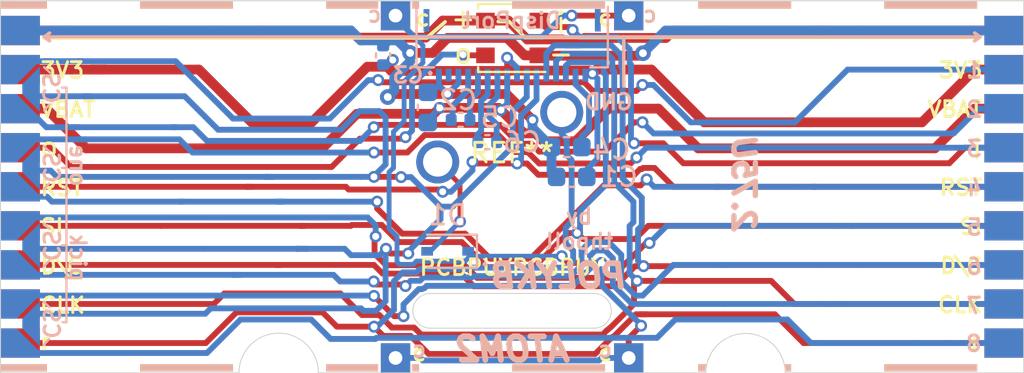
<source format=kicad_pcb>
(kicad_pcb (version 20171130) (host pcbnew "(5.1.9)-1")

  (general
    (thickness 1.6)
    (drawings 114)
    (tracks 637)
    (zones 0)
    (modules 19)
    (nets 28)
  )

  (page A4)
  (layers
    (0 F.Cu signal hide)
    (31 B.Cu signal hide)
    (32 B.Adhes user hide)
    (33 F.Adhes user hide)
    (34 B.Paste user hide)
    (35 F.Paste user hide)
    (36 B.SilkS user)
    (37 F.SilkS user hide)
    (38 B.Mask user hide)
    (39 F.Mask user hide)
    (40 Dwgs.User user hide)
    (41 Cmts.User user hide)
    (42 Eco1.User user hide)
    (43 Eco2.User user hide)
    (44 Edge.Cuts user)
    (45 Margin user hide)
    (46 B.CrtYd user hide)
    (47 F.CrtYd user hide)
    (48 B.Fab user hide)
    (49 F.Fab user hide)
  )

  (setup
    (last_trace_width 0.25)
    (user_trace_width 0.254)
    (user_trace_width 0.2921)
    (user_trace_width 0.3)
    (user_trace_width 0.4)
    (user_trace_width 0.5)
    (user_trace_width 0.75)
    (user_trace_width 1)
    (trace_clearance 0.13)
    (zone_clearance 0.15)
    (zone_45_only no)
    (trace_min 0.2)
    (via_size 0.8)
    (via_drill 0.4)
    (via_min_size 0.4)
    (via_min_drill 0.3)
    (user_via 0.6096 0.3556)
    (uvia_size 0.3)
    (uvia_drill 0.1)
    (uvias_allowed no)
    (uvia_min_size 0.2)
    (uvia_min_drill 0.1)
    (edge_width 0.05)
    (segment_width 0.2)
    (pcb_text_width 0.3)
    (pcb_text_size 1.5 1.5)
    (mod_edge_width 0.12)
    (mod_text_size 1 1)
    (mod_text_width 0.15)
    (pad_size 1.524 1.524)
    (pad_drill 0.762)
    (pad_to_mask_clearance 0)
    (aux_axis_origin 0 0)
    (visible_elements 7FFFFFFF)
    (pcbplotparams
      (layerselection 0x032ff_ffffffff)
      (usegerberextensions true)
      (usegerberattributes true)
      (usegerberadvancedattributes true)
      (creategerberjobfile false)
      (excludeedgelayer true)
      (linewidth 0.127000)
      (plotframeref false)
      (viasonmask false)
      (mode 1)
      (useauxorigin false)
      (hpglpennumber 1)
      (hpglpenspeed 20)
      (hpglpendiameter 15.000000)
      (psnegative false)
      (psa4output false)
      (plotreference true)
      (plotvalue false)
      (plotinvisibletext false)
      (padsonsilk false)
      (subtractmaskfromsilk true)
      (outputformat 1)
      (mirror false)
      (drillshape 0)
      (scaleselection 1)
      (outputdirectory "Gerber/"))
  )

  (net 0 "")
  (net 1 /Keyboard/sheet605ED2EB/GND)
  (net 2 /Keyboard/sheet605ED2EB/3V3)
  (net 3 /Keyboard/sheet605ED2EB/4V2)
  (net 4 "Net-(C4-Pad1)")
  (net 5 "Net-(C5-Pad2)")
  (net 6 "Net-(C5-Pad1)")
  (net 7 "Net-(C6-Pad2)")
  (net 8 "Net-(C6-Pad1)")
  (net 9 /Keyboard/sheet605ED2EB/CS)
  (net 10 /Keyboard/sheet605ED2EB/RESET)
  (net 11 /Keyboard/sheet605ED2EB/D-C)
  (net 12 /Keyboard/sheet605ED2EB/SCLK)
  (net 13 /Keyboard/sheet605ED2EB/SDIN)
  (net 14 /Keyboard/sheet605ED2EB/LED_DOUT)
  (net 15 /Keyboard/sheet605ED2EB/LED_DIN)
  (net 16 /Keyboard/sheet605ED2EB/5V)
  (net 17 "Net-(D1-Pad2)")
  (net 18 /Keyboard/sheet605ED2EB/KeyRow)
  (net 19 /Keyboard/sheet605ED2EB/KeyCol)
  (net 20 CS8)
  (net 21 CS7)
  (net 22 CS6)
  (net 23 CS5)
  (net 24 CS4)
  (net 25 CS3)
  (net 26 CS2)
  (net 27 CS1)

  (net_class Default "This is the default net class."
    (clearance 0.13)
    (trace_width 0.25)
    (via_dia 0.8)
    (via_drill 0.4)
    (uvia_dia 0.3)
    (uvia_drill 0.1)
    (add_net /Keyboard/sheet605ED2EB/3V3)
    (add_net /Keyboard/sheet605ED2EB/4V2)
    (add_net /Keyboard/sheet605ED2EB/5V)
    (add_net /Keyboard/sheet605ED2EB/CS)
    (add_net /Keyboard/sheet605ED2EB/D-C)
    (add_net /Keyboard/sheet605ED2EB/GND)
    (add_net /Keyboard/sheet605ED2EB/KeyCol)
    (add_net /Keyboard/sheet605ED2EB/KeyRow)
    (add_net /Keyboard/sheet605ED2EB/LED_DIN)
    (add_net /Keyboard/sheet605ED2EB/LED_DOUT)
    (add_net /Keyboard/sheet605ED2EB/RESET)
    (add_net /Keyboard/sheet605ED2EB/SCLK)
    (add_net /Keyboard/sheet605ED2EB/SDIN)
    (add_net CS1)
    (add_net CS2)
    (add_net CS3)
    (add_net CS4)
    (add_net CS5)
    (add_net CS6)
    (add_net CS7)
    (add_net CS8)
    (add_net "Net-(C4-Pad1)")
    (add_net "Net-(C5-Pad1)")
    (add_net "Net-(C5-Pad2)")
    (add_net "Net-(C6-Pad1)")
    (add_net "Net-(C6-Pad2)")
    (add_net "Net-(D1-Pad2)")
  )

  (module poly_kb:Stabilizer_Cherry_MX_2u_Only2 (layer F.Cu) (tedit 6149D6C9) (tstamp 614A3451)
    (at 246.6975 118.11)
    (descr "Cherry MX key stabilizer 2u 2.25u 2.5u 2.75u")
    (tags "Cherry MX key stabilizer 2u 2.25u 2.5u 2.75u")
    (attr virtual)
    (fp_text reference REF** (at 0 -3) (layer F.SilkS)
      (effects (font (size 1 1) (thickness 0.15)))
    )
    (fp_text value Stabilizer_Cherry_MX_2u_Only2 (at 0 3.2) (layer F.Fab)
      (effects (font (size 1 1) (thickness 0.15)))
    )
    (fp_line (start -2 0) (end 2 0) (layer Dwgs.User) (width 0.1))
    (fp_line (start 0 2) (end 0 -2) (layer Dwgs.User) (width 0.1))
    (fp_text user REF** (at 0 0) (layer F.Fab)
      (effects (font (size 1 1) (thickness 0.15)))
    )
    (pad ~ np_thru_hole circle (at 11.938 -6.985) (size 3.048 3.048) (drill 3.048) (layers *.Cu *.Mask))
    (pad ~ np_thru_hole circle (at -11.938 -6.985) (size 3.048 3.048) (drill 3.048) (layers *.Cu *.Mask))
    (model ${KIPRJMOD}/Switch_Keyboard/packages3d/Mounting_Keyboard_Stabilizer.3dshapes/Stabilizer_Cherry_MX_2u.wrl
      (at (xyz 0 0 0))
      (scale (xyz 1 1 1))
      (rotate (xyz 0 0 0))
    )
  )

  (module Diode_SMD:D_SOD-323 (layer B.Cu) (tedit 58641739) (tstamp 613F4AAC)
    (at 243.3955 120.142 180)
    (descr SOD-323)
    (tags SOD-323)
    (path /60775168/605ED310/60DD5B2A)
    (attr smd)
    (fp_text reference D1 (at 0 1.85) (layer B.SilkS)
      (effects (font (size 1 1) (thickness 0.15)) (justify mirror))
    )
    (fp_text value D_Small (at 0.1 -1.9) (layer B.Fab)
      (effects (font (size 1 1) (thickness 0.15)) (justify mirror))
    )
    (fp_line (start -1.5 0.85) (end 1.05 0.85) (layer B.SilkS) (width 0.12))
    (fp_line (start -1.5 -0.85) (end 1.05 -0.85) (layer B.SilkS) (width 0.12))
    (fp_line (start -1.6 0.95) (end -1.6 -0.95) (layer B.CrtYd) (width 0.05))
    (fp_line (start -1.6 -0.95) (end 1.6 -0.95) (layer B.CrtYd) (width 0.05))
    (fp_line (start 1.6 0.95) (end 1.6 -0.95) (layer B.CrtYd) (width 0.05))
    (fp_line (start -1.6 0.95) (end 1.6 0.95) (layer B.CrtYd) (width 0.05))
    (fp_line (start -0.9 0.7) (end 0.9 0.7) (layer B.Fab) (width 0.1))
    (fp_line (start 0.9 0.7) (end 0.9 -0.7) (layer B.Fab) (width 0.1))
    (fp_line (start 0.9 -0.7) (end -0.9 -0.7) (layer B.Fab) (width 0.1))
    (fp_line (start -0.9 -0.7) (end -0.9 0.7) (layer B.Fab) (width 0.1))
    (fp_line (start -0.3 0.35) (end -0.3 -0.35) (layer B.Fab) (width 0.1))
    (fp_line (start -0.3 0) (end -0.5 0) (layer B.Fab) (width 0.1))
    (fp_line (start -0.3 0) (end 0.2 0.35) (layer B.Fab) (width 0.1))
    (fp_line (start 0.2 0.35) (end 0.2 -0.35) (layer B.Fab) (width 0.1))
    (fp_line (start 0.2 -0.35) (end -0.3 0) (layer B.Fab) (width 0.1))
    (fp_line (start 0.2 0) (end 0.45 0) (layer B.Fab) (width 0.1))
    (fp_line (start -1.5 0.85) (end -1.5 -0.85) (layer B.SilkS) (width 0.12))
    (fp_text user %R (at 0 1.85) (layer B.Fab)
      (effects (font (size 1 1) (thickness 0.15)) (justify mirror))
    )
    (pad 2 smd rect (at 1.05 0 180) (size 0.6 0.45) (layers B.Cu B.Paste B.Mask)
      (net 17 "Net-(D1-Pad2)"))
    (pad 1 smd rect (at -1.05 0 180) (size 0.6 0.45) (layers B.Cu B.Paste B.Mask)
      (net 19 /Keyboard/sheet605ED2EB/KeyCol))
    (model ${KISYS3DMOD}/Diode_SMD.3dshapes/D_SOD-323.wrl
      (at (xyz 0 0 0))
      (scale (xyz 1 1 1))
      (rotate (xyz 0 0 0))
    )
  )

  (module poly_kb:FPC_16_JUSHUO_AFC05_S16FIA_00 (layer B.Cu) (tedit 6140915F) (tstamp 613F4AD2)
    (at 246.6975 111.125)
    (path /60775168/605ED310/5FC4B7AD)
    (attr smd)
    (fp_text reference J1 (at 0 -1.475) (layer B.SilkS) hide
      (effects (font (size 1 1) (thickness 0.15)) (justify mirror))
    )
    (fp_text value Conn_01x16 (at 0 -2.625) (layer B.Fab)
      (effects (font (size 1 1) (thickness 0.15)) (justify mirror))
    )
    (fp_line (start -4.9 -0.45) (end -4.9 -3.5) (layer B.CrtYd) (width 0.05))
    (fp_line (start -4.9 -3.5) (end 4.9 -3.5) (layer B.CrtYd) (width 0.05))
    (fp_line (start 4.9 -0.45) (end 4.9 -3.5) (layer B.CrtYd) (width 0.05))
    (fp_line (start -4.9 -0.45) (end 4.9 -0.45) (layer B.CrtYd) (width 0.05))
    (fp_line (start 4.895 -0.4) (end 4 -0.4) (layer B.SilkS) (width 0.12))
    (fp_line (start -4.895 -0.4) (end -4 -0.4) (layer B.SilkS) (width 0.12))
    (fp_line (start 4.9 -3.505) (end 4.9 -0.4) (layer B.SilkS) (width 0.12))
    (fp_line (start -4.895 -3.5) (end -4.895 -0.4) (layer B.SilkS) (width 0.12))
    (pad 0 smd rect (at 4.385 -2.81) (size 0.3 1.15) (layers B.Cu B.Paste B.Mask))
    (pad 0 smd rect (at -4.385 -2.81) (size 0.3 1.15) (layers B.Cu B.Paste B.Mask))
    (pad 16 smd rect (at 3.75 0) (size 0.3 0.65) (layers B.Cu B.Paste B.Mask)
      (net 2 /Keyboard/sheet605ED2EB/3V3))
    (pad 15 smd rect (at 3.25 0) (size 0.3 0.65) (layers B.Cu B.Paste B.Mask)
      (net 4 "Net-(C4-Pad1)"))
    (pad 14 smd rect (at 2.75 0) (size 0.3 0.65) (layers B.Cu B.Paste B.Mask)
      (net 13 /Keyboard/sheet605ED2EB/SDIN))
    (pad 13 smd rect (at 2.25 0) (size 0.3 0.65) (layers B.Cu B.Paste B.Mask)
      (net 12 /Keyboard/sheet605ED2EB/SCLK))
    (pad 12 smd rect (at 1.75 0) (size 0.3 0.65) (layers B.Cu B.Paste B.Mask)
      (net 11 /Keyboard/sheet605ED2EB/D-C))
    (pad 11 smd rect (at 1.25 0) (size 0.3 0.65) (layers B.Cu B.Paste B.Mask)
      (net 10 /Keyboard/sheet605ED2EB/RESET))
    (pad 10 smd rect (at 0.75 0) (size 0.3 0.65) (layers B.Cu B.Paste B.Mask)
      (net 9 /Keyboard/sheet605ED2EB/CS))
    (pad 9 smd rect (at 0.25 0) (size 0.3 0.65) (layers B.Cu B.Paste B.Mask)
      (net 2 /Keyboard/sheet605ED2EB/3V3))
    (pad 8 smd rect (at -0.25 0) (size 0.3 0.65) (layers B.Cu B.Paste B.Mask)
      (net 3 /Keyboard/sheet605ED2EB/4V2))
    (pad 7 smd rect (at -0.75 0) (size 0.3 0.65) (layers B.Cu B.Paste B.Mask)
      (net 7 "Net-(C6-Pad2)"))
    (pad 6 smd rect (at -1.25 0) (size 0.3 0.65) (layers B.Cu B.Paste B.Mask)
      (net 8 "Net-(C6-Pad1)"))
    (pad 5 smd rect (at -1.75 0) (size 0.3 0.65) (layers B.Cu B.Paste B.Mask)
      (net 5 "Net-(C5-Pad2)"))
    (pad 4 smd rect (at -2.25 0) (size 0.3 0.65) (layers B.Cu B.Paste B.Mask)
      (net 6 "Net-(C5-Pad1)"))
    (pad 3 smd rect (at -2.75 0) (size 0.3 0.65) (layers B.Cu B.Paste B.Mask)
      (net 1 /Keyboard/sheet605ED2EB/GND))
    (pad 2 smd rect (at -3.25 0) (size 0.3 0.65) (layers B.Cu B.Paste B.Mask))
    (pad 1 smd rect (at -3.75 0) (size 0.3 0.65) (layers B.Cu B.Paste B.Mask)
      (net 1 /Keyboard/sheet605ED2EB/GND))
  )

  (module poly_kb:SW_Cherry_MX_1.00u_PCB_NoSilk locked (layer F.Cu) (tedit 61409127) (tstamp 613F5E86)
    (at 249.2375 113.03)
    (descr "Cherry MX keyswitch, 1.00u, PCB mount, http://cherryamericas.com/wp-content/uploads/2014/12/mx_cat.pdf")
    (tags "Cherry MX keyswitch 1.00u PCB")
    (path /60775168/605ED310/60DD50C7)
    (fp_text reference SW1 (at -2.4765 3.175) (layer F.SilkS) hide
      (effects (font (size 1 1) (thickness 0.15)))
    )
    (fp_text value SW_Push (at -2.54 12.954) (layer F.Fab)
      (effects (font (size 1 1) (thickness 0.15)))
    )
    (fp_line (start -12.065 14.605) (end -12.065 -4.445) (layer Dwgs.User) (width 0.15))
    (fp_line (start 6.985 14.605) (end -12.065 14.605) (layer Dwgs.User) (width 0.15))
    (fp_line (start 6.985 -4.445) (end 6.985 14.605) (layer Dwgs.User) (width 0.15))
    (fp_line (start -12.065 -4.445) (end 6.985 -4.445) (layer Dwgs.User) (width 0.15))
    (fp_line (start -9.14 -1.52) (end 4.06 -1.52) (layer F.CrtYd) (width 0.05))
    (fp_line (start 4.06 -1.52) (end 4.06 11.68) (layer F.CrtYd) (width 0.05))
    (fp_line (start 4.06 11.68) (end -9.14 11.68) (layer F.CrtYd) (width 0.05))
    (fp_line (start -9.14 11.68) (end -9.14 -1.52) (layer F.CrtYd) (width 0.05))
    (fp_line (start -8.89 11.43) (end -8.89 -1.27) (layer F.Fab) (width 0.1))
    (fp_line (start 3.81 11.43) (end -8.89 11.43) (layer F.Fab) (width 0.1))
    (fp_line (start 3.81 -1.27) (end 3.81 11.43) (layer F.Fab) (width 0.1))
    (fp_line (start -8.89 -1.27) (end 3.81 -1.27) (layer F.Fab) (width 0.1))
    (fp_text user %R (at -2.54 -2.794) (layer F.Fab)
      (effects (font (size 1 1) (thickness 0.15)))
    )
    (pad 1 thru_hole circle (at 0 0) (size 2.2 2.2) (drill 1.5) (layers *.Cu *.Mask)
      (net 18 /Keyboard/sheet605ED2EB/KeyRow))
    (pad 2 thru_hole circle (at -6.35 2.54) (size 2.2 2.2) (drill 1.5) (layers *.Cu *.Mask)
      (net 17 "Net-(D1-Pad2)"))
    (pad "" np_thru_hole circle (at -2.54 5.08) (size 4 4) (drill 4) (layers *.Cu *.Mask))
    (pad "" np_thru_hole circle (at -7.62 5.08) (size 1.7 1.7) (drill 1.7) (layers *.Cu *.Mask))
    (pad "" np_thru_hole circle (at 2.54 5.08) (size 1.7 1.7) (drill 1.7) (layers *.Cu *.Mask))
    (model ${KISYS3DMOD}/Button_Switch_Keyboard.3dshapes/SW_Cherry_MX_1.00u_PCB.wrl
      (at (xyz 0 0 0))
      (scale (xyz 1 1 1))
      (rotate (xyz 0 0 0))
    )
    (model ${KISYS3DMOD}/SW_Cherry_MX_PCB.wrl
      (offset (xyz -2.54 -5.08 0))
      (scale (xyz 1 1 1))
      (rotate (xyz 0 0 0))
    )
  )

  (module poly_kb:AtomConnectCS (layer B.Cu) (tedit 61408B88) (tstamp 6140566D)
    (at 221.51975 116.84 270)
    (path /60775168/613F0D03)
    (fp_text reference J5 (at 0 2.4 90) (layer B.SilkS) hide
      (effects (font (size 1 1) (thickness 0.15)) (justify mirror))
    )
    (fp_text value WestBack (at 0 -2.2 90) (layer B.Fab)
      (effects (font (size 1 1) (thickness 0.15)) (justify mirror))
    )
    (pad 10 smd custom (at 6.5 -0.75 270) (size 0.5 0.5) (layers B.Cu B.Paste B.Mask)
      (net 9 /Keyboard/sheet605ED2EB/CS) (zone_connect 0)
      (options (clearance outline) (anchor circle))
      (primitives
        (gr_poly (pts
           (xy 0.75 0.65) (xy 1.65 -0.25) (xy 0.75 -0.25)) (width 0))
        (gr_poly (pts
           (xy 0.25 0.65) (xy -0.65 -0.25) (xy 0.25 -0.25)) (width 0))
        (gr_poly (pts
           (xy 0.75 -0.25) (xy 0.25 -0.25) (xy 0.25 0.65) (xy 0.75 0.65)) (width 0))
      ))
    (pad 10 smd custom (at 2.5 -0.75 270) (size 0.5 0.5) (layers B.Cu B.Paste B.Mask)
      (net 9 /Keyboard/sheet605ED2EB/CS) (zone_connect 0)
      (options (clearance outline) (anchor circle))
      (primitives
        (gr_poly (pts
           (xy 0.75 0.65) (xy 1.65 -0.25) (xy 0.75 -0.25)) (width 0))
        (gr_poly (pts
           (xy 0.25 0.65) (xy -0.65 -0.25) (xy 0.25 -0.25)) (width 0))
        (gr_poly (pts
           (xy 0.75 -0.25) (xy 0.25 -0.25) (xy 0.25 0.65) (xy 0.75 0.65)) (width 0))
      ))
    (pad 10 smd custom (at -1.5 -0.75 270) (size 0.5 0.5) (layers B.Cu B.Paste B.Mask)
      (net 9 /Keyboard/sheet605ED2EB/CS) (zone_connect 0)
      (options (clearance outline) (anchor circle))
      (primitives
        (gr_poly (pts
           (xy 0.75 0.65) (xy 1.65 -0.25) (xy 0.75 -0.25)) (width 0))
        (gr_poly (pts
           (xy 0.25 0.65) (xy -0.65 -0.25) (xy 0.25 -0.25)) (width 0))
        (gr_poly (pts
           (xy 0.75 -0.25) (xy 0.25 -0.25) (xy 0.25 0.65) (xy 0.75 0.65)) (width 0))
      ))
    (pad 10 smd custom (at -5.5 -0.75 270) (size 0.5 0.5) (layers B.Cu B.Paste B.Mask)
      (net 9 /Keyboard/sheet605ED2EB/CS) (zone_connect 0)
      (options (clearance outline) (anchor circle))
      (primitives
        (gr_poly (pts
           (xy 0.75 0.65) (xy 1.65 -0.25) (xy 0.75 -0.25)) (width 0))
        (gr_poly (pts
           (xy 0.25 0.65) (xy -0.65 -0.25) (xy 0.25 -0.25)) (width 0))
        (gr_poly (pts
           (xy 0.75 -0.25) (xy 0.25 -0.25) (xy 0.25 0.65) (xy 0.75 0.65)) (width 0))
      ))
    (pad 9 smd custom (at 8 0.5 90) (size 1 1) (layers B.Cu B.Paste B.Mask)
      (net 20 CS8) (zone_connect 0)
      (options (clearance outline) (anchor rect))
      (primitives
        (gr_poly (pts
           (xy 0.75 0.3) (xy 0.75 -0.5) (xy -0.75 -0.5) (xy -0.75 1.5) (xy -0.45 1.5)
) (width 0))
      ))
    (pad 8 smd custom (at 6 0.5 90) (size 1 1) (layers B.Cu B.Paste B.Mask)
      (net 21 CS7) (zone_connect 0)
      (options (clearance outline) (anchor rect))
      (primitives
        (gr_poly (pts
           (xy -0.75 0.3) (xy -0.75 -0.5) (xy 0.75 -0.5) (xy 0.75 1.5) (xy 0.45 1.5)
) (width 0))
      ))
    (pad 7 smd custom (at 4 0.5 90) (size 1 1) (layers B.Cu B.Paste B.Mask)
      (net 22 CS6) (zone_connect 0)
      (options (clearance outline) (anchor rect))
      (primitives
        (gr_poly (pts
           (xy 0.75 0.3) (xy 0.75 -0.5) (xy -0.75 -0.5) (xy -0.75 1.5) (xy -0.45 1.5)
) (width 0))
      ))
    (pad 6 smd custom (at 2 0.5 90) (size 1 1) (layers B.Cu B.Paste B.Mask)
      (net 23 CS5) (zone_connect 0)
      (options (clearance outline) (anchor rect))
      (primitives
        (gr_poly (pts
           (xy -0.75 0.3) (xy -0.75 -0.5) (xy 0.75 -0.5) (xy 0.75 1.5) (xy 0.45 1.5)
) (width 0))
      ))
    (pad 5 smd custom (at 0 0.5 90) (size 1 1) (layers B.Cu B.Paste B.Mask)
      (net 24 CS4) (zone_connect 0)
      (options (clearance outline) (anchor rect))
      (primitives
        (gr_poly (pts
           (xy 0.75 0.3) (xy 0.75 -0.5) (xy -0.75 -0.5) (xy -0.75 1.5) (xy -0.45 1.5)
) (width 0))
      ))
    (pad 4 smd custom (at -2 0.5 90) (size 1 1) (layers B.Cu B.Paste B.Mask)
      (net 25 CS3) (zone_connect 0)
      (options (clearance outline) (anchor rect))
      (primitives
        (gr_poly (pts
           (xy -0.75 0.3) (xy -0.75 -0.5) (xy 0.75 -0.5) (xy 0.75 1.5) (xy 0.45 1.5)
) (width 0))
      ))
    (pad 3 smd custom (at -4 0.5 90) (size 1 1) (layers B.Cu B.Paste B.Mask)
      (net 26 CS2) (zone_connect 0)
      (options (clearance outline) (anchor rect))
      (primitives
        (gr_poly (pts
           (xy 0.75 0.3) (xy 0.75 -0.5) (xy -0.75 -0.5) (xy -0.75 1.5) (xy -0.45 1.5)
) (width 0))
      ))
    (pad 2 smd custom (at -6 0.5 90) (size 1 1) (layers B.Cu B.Paste B.Mask)
      (net 27 CS1) (zone_connect 0)
      (options (clearance outline) (anchor rect))
      (primitives
        (gr_poly (pts
           (xy -0.75 0.3) (xy -0.75 -0.5) (xy 0.75 -0.5) (xy 0.75 1.5) (xy 0.45 1.5)
) (width 0))
      ))
    (pad 1 smd rect (at -8 0 270) (size 1.5 2) (layers B.Cu B.Paste B.Mask)
      (net 1 /Keyboard/sheet605ED2EB/GND) (zone_connect 0))
  )

  (module poly_kb:AtomConnect2 (layer B.Cu) (tedit 61407A48) (tstamp 613F4B1E)
    (at 271.87525 116.84 270)
    (path /60775168/613EFBA3)
    (fp_text reference J6 (at 0 -2.159 90) (layer B.SilkS) hide
      (effects (font (size 1 1) (thickness 0.15)) (justify mirror))
    )
    (fp_text value EastBack (at 0 -2.2 90) (layer B.Fab)
      (effects (font (size 1 1) (thickness 0.15)) (justify mirror))
    )
    (pad 9 smd rect (at 8 0 270) (size 1.5 2) (layers B.Cu B.Paste B.Mask)
      (net 20 CS8))
    (pad 8 smd rect (at 6 0 270) (size 1.5 2) (layers B.Cu B.Paste B.Mask)
      (net 21 CS7))
    (pad 7 smd rect (at 4 0 270) (size 1.5 2) (layers B.Cu B.Paste B.Mask)
      (net 22 CS6))
    (pad 1 smd rect (at -8 0 270) (size 1.5 2) (layers B.Cu B.Paste B.Mask)
      (net 1 /Keyboard/sheet605ED2EB/GND))
    (pad 6 smd rect (at 2 0 270) (size 1.5 2) (layers B.Cu B.Paste B.Mask)
      (net 23 CS5))
    (pad 2 smd rect (at -6 0 270) (size 1.5 2) (layers B.Cu B.Paste B.Mask)
      (net 27 CS1))
    (pad 3 smd rect (at -4 0 270) (size 1.5 2) (layers B.Cu B.Paste B.Mask)
      (net 26 CS2))
    (pad 4 smd rect (at -2 0 270) (size 1.5 2) (layers B.Cu B.Paste B.Mask)
      (net 25 CS3))
    (pad 5 smd rect (at 0 0 270) (size 1.5 2) (layers B.Cu B.Paste B.Mask)
      (net 24 CS4))
  )

  (module poly_kb:AtomConnect2 (layer F.Cu) (tedit 61407A48) (tstamp 613F4AF8)
    (at 271.87525 116.84 270)
    (path /60775168/60DD874F)
    (fp_text reference J4 (at 0 -2.4 90) (layer F.SilkS) hide
      (effects (font (size 1 1) (thickness 0.15)))
    )
    (fp_text value EastFront (at 0 2.2 90) (layer F.Fab)
      (effects (font (size 1 1) (thickness 0.15)))
    )
    (pad 9 smd rect (at 8 0 270) (size 1.5 2) (layers F.Cu F.Paste F.Mask)
      (net 18 /Keyboard/sheet605ED2EB/KeyRow))
    (pad 8 smd rect (at 6 0 270) (size 1.5 2) (layers F.Cu F.Paste F.Mask)
      (net 12 /Keyboard/sheet605ED2EB/SCLK))
    (pad 7 smd rect (at 4 0 270) (size 1.5 2) (layers F.Cu F.Paste F.Mask)
      (net 11 /Keyboard/sheet605ED2EB/D-C))
    (pad 1 smd rect (at -8 0 270) (size 1.5 2) (layers F.Cu F.Paste F.Mask)
      (net 16 /Keyboard/sheet605ED2EB/5V))
    (pad 6 smd rect (at 2 0 270) (size 1.5 2) (layers F.Cu F.Paste F.Mask)
      (net 13 /Keyboard/sheet605ED2EB/SDIN))
    (pad 2 smd rect (at -6 0 270) (size 1.5 2) (layers F.Cu F.Paste F.Mask)
      (net 2 /Keyboard/sheet605ED2EB/3V3))
    (pad 3 smd rect (at -4 0 270) (size 1.5 2) (layers F.Cu F.Paste F.Mask)
      (net 3 /Keyboard/sheet605ED2EB/4V2))
    (pad 4 smd rect (at -2 0 270) (size 1.5 2) (layers F.Cu F.Paste F.Mask)
      (net 15 /Keyboard/sheet605ED2EB/LED_DIN))
    (pad 5 smd rect (at 0 0 270) (size 1.5 2) (layers F.Cu F.Paste F.Mask)
      (net 10 /Keyboard/sheet605ED2EB/RESET))
  )

  (module poly_kb:AtomConnect2 (layer F.Cu) (tedit 61407A48) (tstamp 613F4AE5)
    (at 221.51975 116.84 270)
    (path /60775168/6132B688)
    (fp_text reference J3 (at 0 -2.4 90) (layer F.SilkS) hide
      (effects (font (size 1 1) (thickness 0.15)))
    )
    (fp_text value WestFront (at 0 2.2 90) (layer F.Fab)
      (effects (font (size 1 1) (thickness 0.15)))
    )
    (pad 9 smd rect (at 8 0 270) (size 1.5 2) (layers F.Cu F.Paste F.Mask)
      (net 18 /Keyboard/sheet605ED2EB/KeyRow))
    (pad 8 smd rect (at 6 0 270) (size 1.5 2) (layers F.Cu F.Paste F.Mask)
      (net 12 /Keyboard/sheet605ED2EB/SCLK))
    (pad 7 smd rect (at 4 0 270) (size 1.5 2) (layers F.Cu F.Paste F.Mask)
      (net 11 /Keyboard/sheet605ED2EB/D-C))
    (pad 1 smd rect (at -8 0 270) (size 1.5 2) (layers F.Cu F.Paste F.Mask)
      (net 16 /Keyboard/sheet605ED2EB/5V))
    (pad 6 smd rect (at 2 0 270) (size 1.5 2) (layers F.Cu F.Paste F.Mask)
      (net 13 /Keyboard/sheet605ED2EB/SDIN))
    (pad 2 smd rect (at -6 0 270) (size 1.5 2) (layers F.Cu F.Paste F.Mask)
      (net 2 /Keyboard/sheet605ED2EB/3V3))
    (pad 3 smd rect (at -4 0 270) (size 1.5 2) (layers F.Cu F.Paste F.Mask)
      (net 3 /Keyboard/sheet605ED2EB/4V2))
    (pad 4 smd rect (at -2 0 270) (size 1.5 2) (layers F.Cu F.Paste F.Mask)
      (net 14 /Keyboard/sheet605ED2EB/LED_DOUT))
    (pad 5 smd rect (at 0 0 270) (size 1.5 2) (layers F.Cu F.Paste F.Mask)
      (net 10 /Keyboard/sheet605ED2EB/RESET))
  )

  (module poly_kb:TestPoin_1.5x1.5mm_Drill0.7mm (layer F.Cu) (tedit 61406E0F) (tstamp 61407B7F)
    (at 252.6665 125.603)
    (descr "THT rectangular pad as test Point, square 1.5mm side length, hole diameter 0.7mm")
    (tags "test point THT pad rectangle square")
    (path /60775168/61444659)
    (attr virtual)
    (fp_text reference J9 (at -1.397 0.127) (layer F.SilkS) hide
      (effects (font (size 0.8 0.8) (thickness 0.153)))
    )
    (fp_text value South2 (at 0 1.75) (layer F.Fab)
      (effects (font (size 1 1) (thickness 0.15)))
    )
    (fp_text user %R (at 0 -1.65) (layer F.Fab)
      (effects (font (size 1 1) (thickness 0.15)))
    )
    (pad 1 thru_hole rect (at 0 0) (size 1.5 1.5) (drill 0.7) (layers *.Cu *.Mask)
      (net 19 /Keyboard/sheet605ED2EB/KeyCol))
  )

  (module poly_kb:TestPoin_1.5x1.5mm_Drill0.7mm (layer F.Cu) (tedit 61406E0F) (tstamp 61407B71)
    (at 240.7285 108.077)
    (descr "THT rectangular pad as test Point, square 1.5mm side length, hole diameter 0.7mm")
    (tags "test point THT pad rectangle square")
    (path /60775168/61441F3E)
    (attr virtual)
    (fp_text reference J8 (at -1.143 0) (layer F.SilkS) hide
      (effects (font (size 0.8 0.8) (thickness 0.153)))
    )
    (fp_text value North2 (at 0 1.75) (layer F.Fab)
      (effects (font (size 1 1) (thickness 0.15)))
    )
    (fp_text user %R (at 0 -1.65) (layer F.Fab) hide
      (effects (font (size 1 1) (thickness 0.15)))
    )
    (pad 1 thru_hole rect (at 0 0) (size 1.5 1.5) (drill 0.7) (layers *.Cu *.Mask)
      (net 19 /Keyboard/sheet605ED2EB/KeyCol))
  )

  (module poly_kb:TestPoin_1.5x1.5mm_Drill0.7mm (layer F.Cu) (tedit 61406E0F) (tstamp 6140A051)
    (at 240.7285 125.603)
    (descr "THT rectangular pad as test Point, square 1.5mm side length, hole diameter 0.7mm")
    (tags "test point THT pad rectangle square")
    (path /60775168/61410C7E)
    (attr virtual)
    (fp_text reference J7 (at 1.397 0.127) (layer F.SilkS) hide
      (effects (font (size 0.8 0.8) (thickness 0.153)))
    )
    (fp_text value South (at 0 1.75) (layer F.Fab)
      (effects (font (size 1 1) (thickness 0.15)))
    )
    (fp_text user %R (at 0 -1.65) (layer F.Fab)
      (effects (font (size 1 1) (thickness 0.15)))
    )
    (pad 1 thru_hole rect (at 0 0) (size 1.5 1.5) (drill 0.7) (layers *.Cu *.Mask)
      (net 19 /Keyboard/sheet605ED2EB/KeyCol))
  )

  (module poly_kb:TestPoin_1.5x1.5mm_Drill0.7mm (layer F.Cu) (tedit 61406E0F) (tstamp 61407AC5)
    (at 252.6665 108.077)
    (descr "THT rectangular pad as test Point, square 1.5mm side length, hole diameter 0.7mm")
    (tags "test point THT pad rectangle square")
    (path /60775168/61409CF2)
    (attr virtual)
    (fp_text reference J2 (at 1.143 -0.127) (layer F.SilkS) hide
      (effects (font (size 0.8 0.8) (thickness 0.153)))
    )
    (fp_text value North (at 0 1.75) (layer F.Fab)
      (effects (font (size 1 1) (thickness 0.15)))
    )
    (fp_text user %R (at 0 -1.65) (layer F.Fab)
      (effects (font (size 1 1) (thickness 0.15)))
    )
    (pad 1 thru_hole rect (at 0 0) (size 1.5 1.5) (drill 0.7) (layers *.Cu *.Mask)
      (net 19 /Keyboard/sheet605ED2EB/KeyCol))
  )

  (module Capacitor_SMD:C_0603_1608Metric (layer B.Cu) (tedit 5F68FEEE) (tstamp 613F4A72)
    (at 249.4915 114.808 180)
    (descr "Capacitor SMD 0603 (1608 Metric), square (rectangular) end terminal, IPC_7351 nominal, (Body size source: IPC-SM-782 page 76, https://www.pcb-3d.com/wordpress/wp-content/uploads/ipc-sm-782a_amendment_1_and_2.pdf), generated with kicad-footprint-generator")
    (tags capacitor)
    (path /60775168/605ED310/607EA96B)
    (attr smd)
    (fp_text reference C4 (at -2.286 -0.127) (layer B.SilkS)
      (effects (font (size 1 1) (thickness 0.15)) (justify mirror))
    )
    (fp_text value 4.7uF (at 0 -1.43) (layer B.Fab)
      (effects (font (size 1 1) (thickness 0.15)) (justify mirror))
    )
    (fp_line (start 1.48 -0.73) (end -1.48 -0.73) (layer B.CrtYd) (width 0.05))
    (fp_line (start 1.48 0.73) (end 1.48 -0.73) (layer B.CrtYd) (width 0.05))
    (fp_line (start -1.48 0.73) (end 1.48 0.73) (layer B.CrtYd) (width 0.05))
    (fp_line (start -1.48 -0.73) (end -1.48 0.73) (layer B.CrtYd) (width 0.05))
    (fp_line (start -0.14058 -0.51) (end 0.14058 -0.51) (layer B.SilkS) (width 0.12))
    (fp_line (start -0.14058 0.51) (end 0.14058 0.51) (layer B.SilkS) (width 0.12))
    (fp_line (start 0.8 -0.4) (end -0.8 -0.4) (layer B.Fab) (width 0.1))
    (fp_line (start 0.8 0.4) (end 0.8 -0.4) (layer B.Fab) (width 0.1))
    (fp_line (start -0.8 0.4) (end 0.8 0.4) (layer B.Fab) (width 0.1))
    (fp_line (start -0.8 -0.4) (end -0.8 0.4) (layer B.Fab) (width 0.1))
    (fp_text user %R (at 0 0) (layer B.Fab)
      (effects (font (size 0.4 0.4) (thickness 0.06)) (justify mirror))
    )
    (pad 2 smd roundrect (at 0.775 0 180) (size 0.9 0.95) (layers B.Cu B.Paste B.Mask) (roundrect_rratio 0.25)
      (net 1 /Keyboard/sheet605ED2EB/GND))
    (pad 1 smd roundrect (at -0.775 0 180) (size 0.9 0.95) (layers B.Cu B.Paste B.Mask) (roundrect_rratio 0.25)
      (net 4 "Net-(C4-Pad1)"))
    (model ${KISYS3DMOD}/Capacitor_SMD.3dshapes/C_0603_1608Metric.wrl
      (at (xyz 0 0 0))
      (scale (xyz 1 1 1))
      (rotate (xyz 0 0 0))
    )
  )

  (module poly_kb:WS2812B-Mini (layer F.Cu) (tedit 5FC48428) (tstamp 613F4B34)
    (at 246.6975 109.22)
    (path /60775168/605ED310/607EA967)
    (attr smd)
    (fp_text reference LED1 (at 0 0 180) (layer F.SilkS) hide
      (effects (font (size 0.6 0.6) (thickness 0.15)))
    )
    (fp_text value WS2812B-Mini (at 0 0 180) (layer F.Fab)
      (effects (font (size 0.6 0.6) (thickness 0.15)))
    )
    (fp_line (start 0.94 1.74) (end -1.74 1.74) (layer F.SilkS) (width 0.12))
    (fp_line (start -1.74 -1.74) (end 1.74 -1.74) (layer F.SilkS) (width 0.12))
    (fp_line (start -1.74 1.74) (end -1.74 -1.74) (layer F.CrtYd) (width 0.05))
    (fp_line (start 1.74 1.74) (end 1.74 -1.74) (layer F.CrtYd) (width 0.05))
    (fp_line (start -1.74 1.74) (end -1.74 1.5) (layer F.SilkS) (width 0.12))
    (fp_line (start -1.74 -1.74) (end -1.74 -1.5) (layer F.SilkS) (width 0.12))
    (fp_line (start 1.74 -1.74) (end 1.74 -1.5) (layer F.SilkS) (width 0.12))
    (fp_line (start 0.94 1.74) (end 1.7 1.74) (layer F.SilkS) (width 0.12))
    (fp_line (start 1.74 -1.74) (end -1.74 -1.74) (layer F.CrtYd) (width 0.05))
    (fp_line (start -1.74 1.74) (end 1.74 1.74) (layer F.CrtYd) (width 0.05))
    (fp_text user i (at 2.5 -0.8) (layer F.SilkS)
      (effects (font (size 1 1) (thickness 0.15)))
    )
    (fp_text user o (at -2.5 0.8) (layer F.SilkS)
      (effects (font (size 1 1) (thickness 0.15)))
    )
    (fp_text user - (at 2.5 0.8) (layer F.SilkS)
      (effects (font (size 1 1) (thickness 0.15)))
    )
    (fp_text user + (at -2.5 -1) (layer F.SilkS)
      (effects (font (size 1 1) (thickness 0.15)))
    )
    (pad 4 smd rect (at 1.365 -0.89 90) (size 0.8 0.95) (layers F.Cu F.Paste F.Mask)
      (net 15 /Keyboard/sheet605ED2EB/LED_DIN))
    (pad 1 smd rect (at -1.365 -0.89 90) (size 0.8 0.95) (layers F.Cu F.Paste F.Mask)
      (net 16 /Keyboard/sheet605ED2EB/5V))
    (pad 3 smd rect (at 1.365 0.89 90) (size 0.8 0.95) (layers F.Cu F.Paste F.Mask)
      (net 1 /Keyboard/sheet605ED2EB/GND))
    (pad 2 smd rect (at -1.365 0.89 90) (size 0.8 0.95) (layers F.Cu F.Paste F.Mask)
      (net 14 /Keyboard/sheet605ED2EB/LED_DOUT))
  )

  (module Capacitor_SMD:C_0402_1005Metric (layer B.Cu) (tedit 5F68FEEE) (tstamp 613F4A94)
    (at 245.4275 114.554)
    (descr "Capacitor SMD 0402 (1005 Metric), square (rectangular) end terminal, IPC_7351 nominal, (Body size source: IPC-SM-782 page 76, https://www.pcb-3d.com/wordpress/wp-content/uploads/ipc-sm-782a_amendment_1_and_2.pdf), generated with kicad-footprint-generator")
    (tags capacitor)
    (path /60775168/605ED310/60788FD5)
    (attr smd)
    (fp_text reference C6 (at 1.778 0) (layer B.SilkS)
      (effects (font (size 1 1) (thickness 0.15)) (justify mirror))
    )
    (fp_text value 1uF (at 0 -1.16) (layer B.Fab)
      (effects (font (size 1 1) (thickness 0.15)) (justify mirror))
    )
    (fp_line (start -0.5 -0.25) (end -0.5 0.25) (layer B.Fab) (width 0.1))
    (fp_line (start -0.5 0.25) (end 0.5 0.25) (layer B.Fab) (width 0.1))
    (fp_line (start 0.5 0.25) (end 0.5 -0.25) (layer B.Fab) (width 0.1))
    (fp_line (start 0.5 -0.25) (end -0.5 -0.25) (layer B.Fab) (width 0.1))
    (fp_line (start -0.107836 0.36) (end 0.107836 0.36) (layer B.SilkS) (width 0.12))
    (fp_line (start -0.107836 -0.36) (end 0.107836 -0.36) (layer B.SilkS) (width 0.12))
    (fp_line (start -0.91 -0.46) (end -0.91 0.46) (layer B.CrtYd) (width 0.05))
    (fp_line (start -0.91 0.46) (end 0.91 0.46) (layer B.CrtYd) (width 0.05))
    (fp_line (start 0.91 0.46) (end 0.91 -0.46) (layer B.CrtYd) (width 0.05))
    (fp_line (start 0.91 -0.46) (end -0.91 -0.46) (layer B.CrtYd) (width 0.05))
    (fp_text user %R (at 0 0) (layer B.Fab)
      (effects (font (size 0.25 0.25) (thickness 0.04)) (justify mirror))
    )
    (pad 2 smd roundrect (at 0.48 0) (size 0.56 0.62) (layers B.Cu B.Paste B.Mask) (roundrect_rratio 0.25)
      (net 7 "Net-(C6-Pad2)"))
    (pad 1 smd roundrect (at -0.48 0) (size 0.56 0.62) (layers B.Cu B.Paste B.Mask) (roundrect_rratio 0.25)
      (net 8 "Net-(C6-Pad1)"))
    (model ${KISYS3DMOD}/Capacitor_SMD.3dshapes/C_0402_1005Metric.wrl
      (at (xyz 0 0 0))
      (scale (xyz 1 1 1))
      (rotate (xyz 0 0 0))
    )
  )

  (module Capacitor_SMD:C_0402_1005Metric (layer B.Cu) (tedit 5F68FEEE) (tstamp 613F4A83)
    (at 244.0585 113.411)
    (descr "Capacitor SMD 0402 (1005 Metric), square (rectangular) end terminal, IPC_7351 nominal, (Body size source: IPC-SM-782 page 76, https://www.pcb-3d.com/wordpress/wp-content/uploads/ipc-sm-782a_amendment_1_and_2.pdf), generated with kicad-footprint-generator")
    (tags capacitor)
    (path /60775168/605ED310/607EA972)
    (attr smd)
    (fp_text reference C5 (at 2.004 -0.127) (layer B.SilkS)
      (effects (font (size 1 1) (thickness 0.15)) (justify mirror))
    )
    (fp_text value 1uF (at 0 -1.16) (layer B.Fab)
      (effects (font (size 1 1) (thickness 0.15)) (justify mirror))
    )
    (fp_line (start -0.5 -0.25) (end -0.5 0.25) (layer B.Fab) (width 0.1))
    (fp_line (start -0.5 0.25) (end 0.5 0.25) (layer B.Fab) (width 0.1))
    (fp_line (start 0.5 0.25) (end 0.5 -0.25) (layer B.Fab) (width 0.1))
    (fp_line (start 0.5 -0.25) (end -0.5 -0.25) (layer B.Fab) (width 0.1))
    (fp_line (start -0.107836 0.36) (end 0.107836 0.36) (layer B.SilkS) (width 0.12))
    (fp_line (start -0.107836 -0.36) (end 0.107836 -0.36) (layer B.SilkS) (width 0.12))
    (fp_line (start -0.91 -0.46) (end -0.91 0.46) (layer B.CrtYd) (width 0.05))
    (fp_line (start -0.91 0.46) (end 0.91 0.46) (layer B.CrtYd) (width 0.05))
    (fp_line (start 0.91 0.46) (end 0.91 -0.46) (layer B.CrtYd) (width 0.05))
    (fp_line (start 0.91 -0.46) (end -0.91 -0.46) (layer B.CrtYd) (width 0.05))
    (fp_text user %R (at 0 0) (layer B.Fab)
      (effects (font (size 0.25 0.25) (thickness 0.04)) (justify mirror))
    )
    (pad 2 smd roundrect (at 0.48 0) (size 0.56 0.62) (layers B.Cu B.Paste B.Mask) (roundrect_rratio 0.25)
      (net 5 "Net-(C5-Pad2)"))
    (pad 1 smd roundrect (at -0.48 0) (size 0.56 0.62) (layers B.Cu B.Paste B.Mask) (roundrect_rratio 0.25)
      (net 6 "Net-(C5-Pad1)"))
    (model ${KISYS3DMOD}/Capacitor_SMD.3dshapes/C_0402_1005Metric.wrl
      (at (xyz 0 0 0))
      (scale (xyz 1 1 1))
      (rotate (xyz 0 0 0))
    )
  )

  (module Capacitor_SMD:C_0402_1005Metric (layer B.Cu) (tedit 5F68FEEE) (tstamp 613F4A61)
    (at 240.0935 110.109 90)
    (descr "Capacitor SMD 0402 (1005 Metric), square (rectangular) end terminal, IPC_7351 nominal, (Body size source: IPC-SM-782 page 76, https://www.pcb-3d.com/wordpress/wp-content/uploads/ipc-sm-782a_amendment_1_and_2.pdf), generated with kicad-footprint-generator")
    (tags capacitor)
    (path /60775168/605ED310/60DCE49F)
    (attr smd)
    (fp_text reference C3 (at -1.016 1.27 180) (layer B.SilkS)
      (effects (font (size 0.8 0.8) (thickness 0.153)) (justify mirror))
    )
    (fp_text value 1uF (at 0 -1.16 90) (layer B.Fab)
      (effects (font (size 1 1) (thickness 0.15)) (justify mirror))
    )
    (fp_line (start -0.5 -0.25) (end -0.5 0.25) (layer B.Fab) (width 0.1))
    (fp_line (start -0.5 0.25) (end 0.5 0.25) (layer B.Fab) (width 0.1))
    (fp_line (start 0.5 0.25) (end 0.5 -0.25) (layer B.Fab) (width 0.1))
    (fp_line (start 0.5 -0.25) (end -0.5 -0.25) (layer B.Fab) (width 0.1))
    (fp_line (start -0.107836 0.36) (end 0.107836 0.36) (layer B.SilkS) (width 0.12))
    (fp_line (start -0.107836 -0.36) (end 0.107836 -0.36) (layer B.SilkS) (width 0.12))
    (fp_line (start -0.91 -0.46) (end -0.91 0.46) (layer B.CrtYd) (width 0.05))
    (fp_line (start -0.91 0.46) (end 0.91 0.46) (layer B.CrtYd) (width 0.05))
    (fp_line (start 0.91 0.46) (end 0.91 -0.46) (layer B.CrtYd) (width 0.05))
    (fp_line (start 0.91 -0.46) (end -0.91 -0.46) (layer B.CrtYd) (width 0.05))
    (fp_text user %R (at 0 0 90) (layer B.Fab)
      (effects (font (size 0.25 0.25) (thickness 0.04)) (justify mirror))
    )
    (pad 2 smd roundrect (at 0.48 0 90) (size 0.56 0.62) (layers B.Cu B.Paste B.Mask) (roundrect_rratio 0.25)
      (net 1 /Keyboard/sheet605ED2EB/GND))
    (pad 1 smd roundrect (at -0.48 0 90) (size 0.56 0.62) (layers B.Cu B.Paste B.Mask) (roundrect_rratio 0.25)
      (net 2 /Keyboard/sheet605ED2EB/3V3))
    (model ${KISYS3DMOD}/Capacitor_SMD.3dshapes/C_0402_1005Metric.wrl
      (at (xyz 0 0 0))
      (scale (xyz 1 1 1))
      (rotate (xyz 0 0 0))
    )
  )

  (module Capacitor_SMD:C_0603_1608Metric (layer B.Cu) (tedit 5F68FEEE) (tstamp 613F4A50)
    (at 242.3795 112.776 90)
    (descr "Capacitor SMD 0603 (1608 Metric), square (rectangular) end terminal, IPC_7351 nominal, (Body size source: IPC-SM-782 page 76, https://www.pcb-3d.com/wordpress/wp-content/uploads/ipc-sm-782a_amendment_1_and_2.pdf), generated with kicad-footprint-generator")
    (tags capacitor)
    (path /60775168/605ED310/607EA977)
    (attr smd)
    (fp_text reference C2 (at 0.381 1.5494 180) (layer B.SilkS)
      (effects (font (size 1 1) (thickness 0.15)) (justify mirror))
    )
    (fp_text value 2.2uF (at 0 -1.43 90) (layer B.Fab)
      (effects (font (size 1 1) (thickness 0.15)) (justify mirror))
    )
    (fp_line (start -0.8 -0.4) (end -0.8 0.4) (layer B.Fab) (width 0.1))
    (fp_line (start -0.8 0.4) (end 0.8 0.4) (layer B.Fab) (width 0.1))
    (fp_line (start 0.8 0.4) (end 0.8 -0.4) (layer B.Fab) (width 0.1))
    (fp_line (start 0.8 -0.4) (end -0.8 -0.4) (layer B.Fab) (width 0.1))
    (fp_line (start -0.14058 0.51) (end 0.14058 0.51) (layer B.SilkS) (width 0.12))
    (fp_line (start -0.14058 -0.51) (end 0.14058 -0.51) (layer B.SilkS) (width 0.12))
    (fp_line (start -1.48 -0.73) (end -1.48 0.73) (layer B.CrtYd) (width 0.05))
    (fp_line (start -1.48 0.73) (end 1.48 0.73) (layer B.CrtYd) (width 0.05))
    (fp_line (start 1.48 0.73) (end 1.48 -0.73) (layer B.CrtYd) (width 0.05))
    (fp_line (start 1.48 -0.73) (end -1.48 -0.73) (layer B.CrtYd) (width 0.05))
    (fp_text user %R (at 0 0 90) (layer B.Fab)
      (effects (font (size 0.4 0.4) (thickness 0.06)) (justify mirror))
    )
    (pad 2 smd roundrect (at 0.775 0 90) (size 0.9 0.95) (layers B.Cu B.Paste B.Mask) (roundrect_rratio 0.25)
      (net 1 /Keyboard/sheet605ED2EB/GND))
    (pad 1 smd roundrect (at -0.775 0 90) (size 0.9 0.95) (layers B.Cu B.Paste B.Mask) (roundrect_rratio 0.25)
      (net 3 /Keyboard/sheet605ED2EB/4V2))
    (model ${KISYS3DMOD}/Capacitor_SMD.3dshapes/C_0603_1608Metric.wrl
      (at (xyz 0 0 0))
      (scale (xyz 1 1 1))
      (rotate (xyz 0 0 0))
    )
  )

  (module Capacitor_SMD:C_0603_1608Metric (layer B.Cu) (tedit 5F68FEEE) (tstamp 613F4A3F)
    (at 249.7455 116.332 180)
    (descr "Capacitor SMD 0603 (1608 Metric), square (rectangular) end terminal, IPC_7351 nominal, (Body size source: IPC-SM-782 page 76, https://www.pcb-3d.com/wordpress/wp-content/uploads/ipc-sm-782a_amendment_1_and_2.pdf), generated with kicad-footprint-generator")
    (tags capacitor)
    (path /60775168/605ED310/607EA96F)
    (attr smd)
    (fp_text reference C1 (at -2.413 0) (layer B.SilkS)
      (effects (font (size 1 1) (thickness 0.15)) (justify mirror))
    )
    (fp_text value 2.2uF (at 0 -1.43) (layer B.Fab)
      (effects (font (size 1 1) (thickness 0.15)) (justify mirror))
    )
    (fp_line (start -0.8 -0.4) (end -0.8 0.4) (layer B.Fab) (width 0.1))
    (fp_line (start -0.8 0.4) (end 0.8 0.4) (layer B.Fab) (width 0.1))
    (fp_line (start 0.8 0.4) (end 0.8 -0.4) (layer B.Fab) (width 0.1))
    (fp_line (start 0.8 -0.4) (end -0.8 -0.4) (layer B.Fab) (width 0.1))
    (fp_line (start -0.14058 0.51) (end 0.14058 0.51) (layer B.SilkS) (width 0.12))
    (fp_line (start -0.14058 -0.51) (end 0.14058 -0.51) (layer B.SilkS) (width 0.12))
    (fp_line (start -1.48 -0.73) (end -1.48 0.73) (layer B.CrtYd) (width 0.05))
    (fp_line (start -1.48 0.73) (end 1.48 0.73) (layer B.CrtYd) (width 0.05))
    (fp_line (start 1.48 0.73) (end 1.48 -0.73) (layer B.CrtYd) (width 0.05))
    (fp_line (start 1.48 -0.73) (end -1.48 -0.73) (layer B.CrtYd) (width 0.05))
    (fp_text user %R (at 0 0) (layer B.Fab)
      (effects (font (size 0.4 0.4) (thickness 0.06)) (justify mirror))
    )
    (pad 2 smd roundrect (at 0.775 0 180) (size 0.9 0.95) (layers B.Cu B.Paste B.Mask) (roundrect_rratio 0.25)
      (net 1 /Keyboard/sheet605ED2EB/GND))
    (pad 1 smd roundrect (at -0.775 0 180) (size 0.9 0.95) (layers B.Cu B.Paste B.Mask) (roundrect_rratio 0.25)
      (net 2 /Keyboard/sheet605ED2EB/3V3))
    (model ${KISYS3DMOD}/Capacitor_SMD.3dshapes/C_0603_1608Metric.wrl
      (at (xyz 0 0 0))
      (scale (xyz 1 1 1))
      (rotate (xyz 0 0 0))
    )
  )

  (gr_poly (pts (xy 222.885 126.3015) (xy 220.5228 126.3015) (xy 220.5228 125.9205) (xy 222.885 125.9205)) (layer F.SilkS) (width 0) (tstamp 61555F7D))
  (gr_poly (pts (xy 222.885 107.723) (xy 220.5228 107.7214) (xy 220.5228 107.342) (xy 222.885 107.342)) (layer F.SilkS) (width 0) (tstamp 61555F79))
  (gr_poly (pts (xy 270.51 126.3015) (xy 265.7475 126.3015) (xy 265.7475 125.9205) (xy 270.51 125.9205)) (layer F.SilkS) (width 0) (tstamp 61555F71))
  (gr_poly (pts (xy 270.51 107.723) (xy 265.7475 107.723) (xy 265.7475 107.342) (xy 270.51 107.342)) (layer F.SilkS) (width 0) (tstamp 61555F71))
  (gr_poly (pts (xy 222.885 126.3015) (xy 220.5228 126.3015) (xy 220.5228 125.9205) (xy 222.885 125.9205)) (layer B.SilkS) (width 0) (tstamp 61555F5C))
  (gr_poly (pts (xy 222.885 107.723) (xy 220.5228 107.7214) (xy 220.5228 107.3404) (xy 222.885 107.342)) (layer B.SilkS) (width 0) (tstamp 61555F59))
  (gr_poly (pts (xy 270.51 126.3015) (xy 265.7475 126.3015) (xy 265.7475 125.9205) (xy 270.51 125.9205)) (layer B.SilkS) (width 0) (tstamp 61555F4F))
  (gr_poly (pts (xy 270.51 107.723) (xy 265.7475 107.723) (xy 265.7475 107.342) (xy 270.51 107.342)) (layer B.SilkS) (width 0) (tstamp 61555F4F))
  (gr_poly (pts (xy 260.985 126.3015) (xy 260.6929 126.3015) (xy 260.6548 125.9205) (xy 260.985 125.9205)) (layer B.SilkS) (width 0) (tstamp 614A3E6C))
  (gr_poly (pts (xy 256.6035 126.3015) (xy 256.2225 126.3015) (xy 256.2225 125.9205) (xy 256.6543 125.9205)) (layer F.SilkS) (width 0) (tstamp 614A3E68))
  (gr_poly (pts (xy 232.41 107.723) (xy 227.6475 107.723) (xy 227.6475 107.342) (xy 232.41 107.342)) (layer B.SilkS) (width 0) (tstamp 614A3DD5))
  (gr_poly (pts (xy 232.41 107.723) (xy 227.6475 107.723) (xy 227.6475 107.342) (xy 232.41 107.342)) (layer F.SilkS) (width 0) (tstamp 614A3DCA))
  (gr_poly (pts (xy 232.41 126.3015) (xy 227.6475 126.3015) (xy 227.6475 125.9205) (xy 232.41 125.9205)) (layer F.SilkS) (width 0) (tstamp 614A3DCA))
  (gr_poly (pts (xy 232.41 126.3015) (xy 227.6475 126.3015) (xy 227.6475 125.9205) (xy 232.41 125.9205)) (layer B.SilkS) (width 0) (tstamp 614A3DBB))
  (gr_arc (start 234.7468 126.365) (end 236.7788 126.365) (angle -180) (layer Edge.Cuts) (width 0.05) (tstamp 614A3D04))
  (gr_line (start 232.7148 126.365) (end 220.50375 126.365) (layer Edge.Cuts) (width 0.05) (tstamp 614A3D02))
  (gr_line (start 272.89125 126.365) (end 260.6802 126.365) (layer Edge.Cuts) (width 0.05) (tstamp 614A3CD8))
  (gr_arc (start 258.6482 126.365) (end 260.6802 126.365) (angle -180) (layer Edge.Cuts) (width 0.05))
  (gr_poly (pts (xy 256.6035 126.3015) (xy 256.2225 126.3015) (xy 256.2225 125.9205) (xy 256.6416 125.9205)) (layer B.SilkS) (width 0) (tstamp 61485A26))
  (gr_poly (pts (xy 260.985 107.723) (xy 256.2225 107.723) (xy 256.2225 107.342) (xy 260.985 107.342)) (layer B.SilkS) (width 0) (tstamp 61485A26))
  (gr_poly (pts (xy 260.985 126.3015) (xy 260.6929 126.3015) (xy 260.6421 125.9205) (xy 260.985 125.9205)) (layer F.SilkS) (width 0) (tstamp 614859BE))
  (gr_poly (pts (xy 260.985 107.723) (xy 256.2225 107.723) (xy 256.2225 107.342) (xy 260.985 107.342)) (layer F.SilkS) (width 0) (tstamp 614859BE))
  (gr_text 2.75U (at 258.5466 116.7384 -90) (layer B.SilkS) (tstamp 61485398)
    (effects (font (size 1.1 1.1) (thickness 0.275) italic) (justify mirror))
  )
  (gr_text PCBPUYPCBPUY (at 246.6975 120.9675) (layer F.SilkS)
    (effects (font (size 0.8 0.8) (thickness 0.15)))
  )
  (gr_text "CUT OUT" (at 246.6975 123.2535) (layer Cmts.User)
    (effects (font (size 1 1) (thickness 0.15)))
  )
  (gr_text c (at 239.649 108.0135) (layer B.SilkS) (tstamp 6142D7F8)
    (effects (font (size 0.8 0.8) (thickness 0.153)) (justify mirror))
  )
  (gr_text c (at 253.746 108.0135) (layer B.SilkS) (tstamp 6142D7F8)
    (effects (font (size 0.8 0.8) (thickness 0.153)) (justify mirror))
  )
  (gr_text c (at 251.46 125.349) (layer F.SilkS) (tstamp 6142D7BC)
    (effects (font (size 0.8 0.8) (thickness 0.153)))
  )
  (gr_poly (pts (xy 239.8395 126.3015) (xy 237.1725 126.3015) (xy 237.1725 125.9205) (xy 239.8395 125.9205)) (layer B.SilkS) (width 0) (tstamp 6142D704))
  (gr_poly (pts (xy 241.935 126.3015) (xy 241.554 126.3015) (xy 241.554 125.9205) (xy 241.935 125.9205)) (layer B.SilkS) (width 0) (tstamp 6142D703))
  (gr_poly (pts (xy 241.935 107.723) (xy 241.554 107.723) (xy 241.554 107.342) (xy 241.935 107.342)) (layer B.SilkS) (width 0) (tstamp 6142D393))
  (gr_poly (pts (xy 239.8395 107.723) (xy 237.1725 107.723) (xy 237.1725 107.342) (xy 239.8395 107.342)) (layer B.SilkS) (width 0) (tstamp 6142D392))
  (gr_poly (pts (xy 241.935 107.723) (xy 241.554 107.723) (xy 241.554 107.342) (xy 241.935 107.342)) (layer F.SilkS) (width 0) (tstamp 6142D393))
  (gr_poly (pts (xy 239.8395 107.723) (xy 237.1725 107.723) (xy 237.1725 107.342) (xy 239.8395 107.342)) (layer F.SilkS) (width 0) (tstamp 6142D392))
  (gr_poly (pts (xy 239.8395 126.3015) (xy 237.1725 126.3015) (xy 237.1725 125.9205) (xy 239.8395 125.9205)) (layer F.SilkS) (width 0))
  (gr_poly (pts (xy 241.935 126.3015) (xy 241.554 126.3015) (xy 241.554 125.9205) (xy 241.935 125.9205)) (layer F.SilkS) (width 0))
  (gr_poly (pts (xy 251.46 107.723) (xy 246.6975 107.723) (xy 246.6975 107.342) (xy 251.46 107.342)) (layer F.SilkS) (width 0) (tstamp 6142D257))
  (gr_poly (pts (xy 251.46 126.3015) (xy 246.6975 126.3015) (xy 246.6975 125.9205) (xy 251.46 125.9205)) (layer F.SilkS) (width 0) (tstamp 6142D257))
  (gr_poly (pts (xy 251.46 126.3015) (xy 246.6975 126.3015) (xy 246.6975 125.9205) (xy 251.46 125.9205)) (layer B.SilkS) (width 0) (tstamp 6142CB99))
  (gr_poly (pts (xy 251.46 107.723) (xy 246.6975 107.723) (xy 246.6975 107.342) (xy 251.46 107.342)) (layer B.SilkS) (width 0))
  (gr_line (start 222.73895 110.7186) (end 223.04375 110.998) (layer B.SilkS) (width 0.12) (tstamp 6141F033))
  (gr_line (start 223.01835 112.6236) (end 222.73895 112.9284) (layer B.SilkS) (width 0.12) (tstamp 6141F032))
  (gr_line (start 222.71355 114.7572) (end 223.01835 115.0366) (layer B.SilkS) (width 0.12) (tstamp 6141F033))
  (gr_line (start 222.99295 116.6622) (end 222.71355 116.967) (layer B.SilkS) (width 0.12) (tstamp 6141F032))
  (gr_line (start 222.71355 118.7196) (end 223.01835 118.999) (layer B.SilkS) (width 0.12) (tstamp 6141F033))
  (gr_line (start 222.99295 120.6246) (end 222.71355 120.9294) (layer B.SilkS) (width 0.12) (tstamp 6141F032))
  (gr_line (start 222.71355 122.7328) (end 223.01835 123.0122) (layer B.SilkS) (width 0.12) (tstamp 6141F02E))
  (gr_line (start 222.99295 124.6378) (end 222.71355 124.9426) (layer B.SilkS) (width 0.12))
  (gr_text "by\nthpoll" (at 250.1265 118.999) (layer B.SilkS)
    (effects (font (size 0.8 0.8) (thickness 0.15)) (justify mirror))
  )
  (gr_line (start 223.88195 123.7742) (end 223.67875 123.7742) (layer B.SilkS) (width 0.12))
  (gr_line (start 223.88195 119.8372) (end 223.65335 119.8372) (layer B.SilkS) (width 0.12))
  (gr_line (start 223.85655 115.8748) (end 223.65335 115.8748) (layer B.SilkS) (width 0.12))
  (gr_line (start 223.85655 111.76) (end 223.65335 111.76) (layer B.SilkS) (width 0.12))
  (gr_line (start 223.88195 111.76) (end 223.88195 123.7742) (layer B.SilkS) (width 0.12))
  (gr_text "pick    one" (at 224.46615 118.1862 -90) (layer B.SilkS)
    (effects (font (size 0.8 0.8) (thickness 0.15)) (justify mirror))
  )
  (gr_line (start 246.5451 108.3818) (end 245.9863 108.3818) (layer F.SilkS) (width 0.18))
  (gr_line (start 247.3579 109.1946) (end 246.5451 108.3818) (layer F.SilkS) (width 0.18))
  (gr_line (start 270.637 109.1946) (end 247.3579 109.1946) (layer F.SilkS) (width 0.18))
  (gr_line (start 242.316 109.22) (end 243.2685 108.3945) (layer F.SilkS) (width 0.18))
  (gr_line (start 222.7072 109.22) (end 242.316 109.22) (layer F.SilkS) (width 0.18))
  (gr_line (start 252.4125 109.1692) (end 252.4125 111.6838) (layer B.SilkS) (width 0.18))
  (gr_line (start 242.48745 109.1692) (end 270.65605 109.1692) (layer B.SilkS) (width 0.18) (tstamp 6141EC00))
  (gr_line (start 270.65605 109.1692) (end 270.37665 108.966) (layer B.SilkS) (width 0.18) (tstamp 6141EBFF))
  (gr_line (start 270.65605 109.1692) (end 270.37665 109.3724) (layer B.SilkS) (width 0.18) (tstamp 6141EBFE))
  (gr_line (start 222.73895 109.1692) (end 223.01835 109.3724) (layer B.SilkS) (width 0.18))
  (gr_line (start 222.73895 109.1692) (end 223.01835 108.966) (layer B.SilkS) (width 0.18))
  (gr_line (start 242.48745 109.1692) (end 222.73895 109.1692) (layer B.SilkS) (width 0.18))
  (gr_text c (at 251.46 125.1585) (layer B.SilkS) (tstamp 614146CB)
    (effects (font (size 0.8 0.8) (thickness 0.153)) (justify mirror))
  )
  (gr_text c (at 241.935 125.1585) (layer B.SilkS) (tstamp 61414435)
    (effects (font (size 0.8 0.8) (thickness 0.153)) (justify mirror))
  )
  (gr_text GND (at 251.6505 112.4966) (layer B.SilkS) (tstamp 61414435)
    (effects (font (size 0.8 0.8) (thickness 0.153)) (justify mirror))
  )
  (gr_text CS (at 223.06915 111.7854 270) (layer B.SilkS) (tstamp 614143D8)
    (effects (font (size 0.8 0.8) (thickness 0.153)) (justify mirror))
  )
  (gr_text CS (at 223.09455 115.8494 270) (layer B.SilkS) (tstamp 614143D8)
    (effects (font (size 0.8 0.8) (thickness 0.153)) (justify mirror))
  )
  (gr_text CS (at 223.09455 119.854132 270) (layer B.SilkS) (tstamp 614143D8)
    (effects (font (size 0.8 0.8) (thickness 0.153)) (justify mirror))
  )
  (gr_text CS (at 223.09455 123.825 270) (layer B.SilkS) (tstamp 614143BF)
    (effects (font (size 0.8 0.8) (thickness 0.153)) (justify mirror))
  )
  (gr_text 8 (at 270.3322 124.8664) (layer B.SilkS) (tstamp 614143BF)
    (effects (font (size 0.8 0.8) (thickness 0.153)) (justify mirror))
  )
  (gr_text 7 (at 270.35125 122.936) (layer B.SilkS) (tstamp 614143BF)
    (effects (font (size 0.8 0.8) (thickness 0.153)) (justify mirror))
  )
  (gr_text 6 (at 270.35125 120.925165) (layer B.SilkS) (tstamp 614143BF)
    (effects (font (size 0.8 0.8) (thickness 0.153)) (justify mirror))
  )
  (gr_text 5 (at 270.35125 118.914332) (layer B.SilkS) (tstamp 614143BF)
    (effects (font (size 0.8 0.8) (thickness 0.153)) (justify mirror))
  )
  (gr_text 4 (at 270.35125 116.903499) (layer B.SilkS) (tstamp 614143BF)
    (effects (font (size 0.8 0.8) (thickness 0.153)) (justify mirror))
  )
  (gr_text 3 (at 270.35125 114.892666) (layer B.SilkS) (tstamp 614143BF)
    (effects (font (size 0.8 0.8) (thickness 0.153)) (justify mirror))
  )
  (gr_text 2 (at 270.35125 112.881833) (layer B.SilkS) (tstamp 614143BF)
    (effects (font (size 0.8 0.8) (thickness 0.153)) (justify mirror))
  )
  (gr_text 1 (at 270.35125 110.871) (layer B.SilkS) (tstamp 614143BB)
    (effects (font (size 0.8 0.8) (thickness 0.153)) (justify mirror))
  )
  (gr_text DispPort (at 246.6721 108.331) (layer B.SilkS)
    (effects (font (size 0.8 0.8) (thickness 0.153)) (justify mirror))
  )
  (gr_text r (at 270.41475 124.7775) (layer F.SilkS) (tstamp 6141412C)
    (effects (font (size 0.8 0.8) (thickness 0.153)))
  )
  (gr_text CLK (at 269.639993 122.8852) (layer F.SilkS) (tstamp 61414114)
    (effects (font (size 0.8 0.8) (thickness 0.153)))
  )
  (gr_text D\C (at 269.697136 120.88283) (layer F.SilkS) (tstamp 614140FC)
    (effects (font (size 0.8 0.8) (thickness 0.153)))
  )
  (gr_text SI (at 270.192374 118.880464) (layer F.SilkS) (tstamp 614140CD)
    (effects (font (size 0.8 0.8) (thickness 0.153)))
  )
  (gr_text RST (at 269.678088 116.878098) (layer F.SilkS) (tstamp 614140B5)
    (effects (font (size 0.8 0.8) (thickness 0.153)))
  )
  (gr_text i (at 270.50365 114.9096) (layer F.SilkS) (tstamp 61414099)
    (effects (font (size 1 1) (thickness 0.153)))
  )
  (gr_text VBAT (at 269.373327 112.873366) (layer F.SilkS) (tstamp 61414081)
    (effects (font (size 0.8 0.8) (thickness 0.153)))
  )
  (gr_text 3V3 (at 269.659041 110.871) (layer F.SilkS) (tstamp 61414069)
    (effects (font (size 0.8 0.8) (thickness 0.153)))
  )
  (gr_text c (at 251.46 108.204) (layer F.SilkS) (tstamp 61413FEA)
    (effects (font (size 0.8 0.8) (thickness 0.153)))
  )
  (gr_text c (at 242.1255 108.204) (layer F.SilkS) (tstamp 61413FEA)
    (effects (font (size 0.8 0.8) (thickness 0.153)))
  )
  (gr_text c (at 241.935 125.349) (layer F.SilkS) (tstamp 61413EA7)
    (effects (font (size 0.8 0.8) (thickness 0.153)))
  )
  (gr_text r (at 222.78975 124.7775) (layer F.SilkS) (tstamp 61413EA7)
    (effects (font (size 0.8 0.8) (thickness 0.153)))
  )
  (gr_text CLK (at 223.691483 122.9106) (layer F.SilkS) (tstamp 61413EA7)
    (effects (font (size 0.8 0.8) (thickness 0.153)))
  )
  (gr_text D\C (at 223.63434 120.904) (layer F.SilkS) (tstamp 61413EA7)
    (effects (font (size 0.8 0.8) (thickness 0.153)))
  )
  (gr_text SI (at 223.139102 118.8974) (layer F.SilkS) (tstamp 61413EA7)
    (effects (font (size 0.8 0.8) (thickness 0.153)))
  )
  (gr_text RST (at 223.653388 116.8908) (layer F.SilkS) (tstamp 61413EA7)
    (effects (font (size 0.8 0.8) (thickness 0.153)))
  )
  (gr_text o (at 222.99295 114.808) (layer F.SilkS) (tstamp 61413EA7)
    (effects (font (size 1 1) (thickness 0.153)))
  )
  (gr_text VBAT (at 223.95815 112.8776) (layer F.SilkS) (tstamp 61413EA7)
    (effects (font (size 0.8 0.8) (thickness 0.153)))
  )
  (gr_text 3V3 (at 223.672436 110.871) (layer F.SilkS) (tstamp 6141E7A6)
    (effects (font (size 0.8 0.8) (thickness 0.153)))
  )
  (gr_text . (at 242.5065 110.617) (layer B.SilkS)
    (effects (font (size 1 1) (thickness 0.15)) (justify mirror))
  )
  (gr_text . (at 245.3005 120.396) (layer B.SilkS)
    (effects (font (size 1 1) (thickness 0.15)) (justify mirror))
  )
  (gr_arc (start 250.8885 123.19) (end 250.8885 124.079) (angle -180) (layer Edge.Cuts) (width 0.05))
  (gr_arc (start 242.5065 123.19) (end 242.5065 122.301) (angle -180) (layer Edge.Cuts) (width 0.05))
  (gr_line (start 250.8885 124.079) (end 242.5065 124.079) (layer Edge.Cuts) (width 0.05))
  (gr_line (start 250.8885 122.301) (end 242.5065 122.301) (layer Edge.Cuts) (width 0.05))
  (gr_text ATOM2 (at 246.7483 125.1585) (layer B.SilkS) (tstamp 60DC611F)
    (effects (font (size 1.2 1.2) (thickness 0.3) italic) (justify mirror))
  )
  (gr_text POLYKB (at 249.1105 121.412) (layer B.SilkS)
    (effects (font (size 1.2 1.2) (thickness 0.3) italic) (justify mirror))
  )
  (gr_line (start 256.6162 126.365) (end 236.7788 126.365) (layer Edge.Cuts) (width 0.05) (tstamp 60DC303E))
  (gr_line (start 272.89125 107.315) (end 220.50375 107.315) (layer Edge.Cuts) (width 0.05) (tstamp 60DC1CEF))
  (gr_line (start 272.89125 107.315) (end 272.89125 126.365) (layer Edge.Cuts) (width 0.05) (tstamp 60DC303B))
  (gr_line (start 220.50375 107.315) (end 220.50375 126.365) (layer Edge.Cuts) (width 0.05) (tstamp 60DC3038))

  (via (at 243.3955 112.09081) (size 0.6096) (drill 0.3556) (layers F.Cu B.Cu) (net 1))
  (segment (start 242.9475 111.125) (end 242.9475 111.64281) (width 0.3) (layer B.Cu) (net 1))
  (segment (start 242.9475 111.64281) (end 243.3955 112.09081) (width 0.3) (layer B.Cu) (net 1))
  (segment (start 242.58931 112.001) (end 242.9475 111.64281) (width 0.3) (layer B.Cu) (net 1))
  (segment (start 242.3795 112.001) (end 242.58931 112.001) (width 0.3) (layer B.Cu) (net 1))
  (segment (start 240.20249 109.52001) (end 240.0935 109.629) (width 0.5) (layer B.Cu) (net 1))
  (segment (start 240.20249 109.347) (end 240.20249 109.52001) (width 0.5) (layer B.Cu) (net 1))
  (via (at 253.39552 110.00001) (size 0.8) (drill 0.4) (layers F.Cu B.Cu) (net 1))
  (segment (start 243.9475 111.125) (end 243.9475 111.53881) (width 0.3) (layer B.Cu) (net 1))
  (segment (start 243.9475 111.53881) (end 243.700299 111.786011) (width 0.3) (layer B.Cu) (net 1))
  (segment (start 243.700299 111.786011) (end 243.3955 112.09081) (width 0.3) (layer B.Cu) (net 1))
  (segment (start 243.3955 112.09081) (end 246.41212 112.09081) (width 0.5) (layer F.Cu) (net 1))
  (via (at 247.741992 113.420682) (size 0.6096) (drill 0.3556) (layers F.Cu B.Cu) (net 1))
  (segment (start 246.41212 112.09081) (end 247.741992 113.420682) (width 0.5) (layer F.Cu) (net 1))
  (segment (start 247.741992 113.833492) (end 248.7165 114.808) (width 0.5) (layer B.Cu) (net 1))
  (segment (start 247.741992 113.420682) (end 247.741992 113.833492) (width 0.5) (layer B.Cu) (net 1))
  (segment (start 248.7165 116.065) (end 248.9835 116.332) (width 0.5) (layer B.Cu) (net 1))
  (segment (start 248.7165 114.808) (end 248.7165 116.065) (width 0.5) (layer B.Cu) (net 1))
  (segment (start 247.331006 110.11) (end 246.441006 109.22) (width 0.5) (layer F.Cu) (net 1))
  (segment (start 240.20249 109.347) (end 240.833681 109.347) (width 0.5) (layer B.Cu) (net 1))
  (segment (start 246.441006 109.22) (end 243.3955 109.22) (width 0.5) (layer F.Cu) (net 1))
  (segment (start 240.833681 109.347) (end 241.473706 109.987025) (width 0.5) (layer B.Cu) (net 1))
  (segment (start 248.0625 110.11) (end 247.331006 110.11) (width 0.5) (layer F.Cu) (net 1))
  (segment (start 243.3955 109.22) (end 242.628475 109.987025) (width 0.5) (layer F.Cu) (net 1))
  (via (at 241.473706 109.987025) (size 0.8) (drill 0.4) (layers F.Cu B.Cu) (net 1))
  (segment (start 242.628475 109.987025) (end 241.473706 109.987025) (width 0.5) (layer F.Cu) (net 1))
  (segment (start 240.663066 111.911415) (end 240.330126 112.244355) (width 0.5) (layer B.Cu) (net 1))
  (segment (start 241.473706 110.430637) (end 240.663066 111.241277) (width 0.5) (layer B.Cu) (net 1))
  (segment (start 240.663066 111.241277) (end 240.663066 111.911415) (width 0.5) (layer B.Cu) (net 1))
  (via (at 240.330126 112.244355) (size 0.8) (drill 0.4) (layers F.Cu B.Cu) (net 1))
  (segment (start 240.483671 112.09081) (end 240.330126 112.244355) (width 0.5) (layer F.Cu) (net 1))
  (segment (start 243.3955 112.09081) (end 240.483671 112.09081) (width 0.5) (layer F.Cu) (net 1))
  (segment (start 241.473706 109.987025) (end 241.473706 110.430637) (width 0.5) (layer B.Cu) (net 1))
  (segment (start 248.0625 110.11) (end 248.082138 110.129638) (width 0.5) (layer F.Cu) (net 1))
  (segment (start 253.265892 110.129638) (end 253.39552 110.00001) (width 0.5) (layer F.Cu) (net 1))
  (segment (start 248.082138 110.129638) (end 253.265892 110.129638) (width 0.5) (layer F.Cu) (net 1))
  (segment (start 254.55553 108.84) (end 253.39552 110.00001) (width 0.5) (layer B.Cu) (net 1))
  (segment (start 254.55553 108.84) (end 257.301 108.84) (width 0.5) (layer B.Cu) (net 1))
  (segment (start 257.301 108.84) (end 256.93678 108.84) (width 0.5) (layer B.Cu) (net 1))
  (segment (start 238.9495 109.347) (end 238.4425 108.84) (width 0.5) (layer B.Cu) (net 1))
  (segment (start 240.20249 109.347) (end 238.9495 109.347) (width 0.5) (layer B.Cu) (net 1))
  (segment (start 228.9175 108.84) (end 231.5835 108.84) (width 0.5) (layer B.Cu) (net 1))
  (segment (start 231.5835 108.84) (end 231.29875 108.84) (width 0.5) (layer B.Cu) (net 1))
  (segment (start 238.4425 108.84) (end 231.5835 108.84) (width 0.5) (layer B.Cu) (net 1))
  (segment (start 228.9175 108.84) (end 223.7115 108.84) (width 0.5) (layer B.Cu) (net 1))
  (segment (start 223.7115 108.84) (end 221.51975 108.84) (width 0.5) (layer B.Cu) (net 1))
  (segment (start 224.155 108.84) (end 223.7115 108.84) (width 0.5) (layer B.Cu) (net 1))
  (segment (start 264.44475 108.84) (end 271.87525 108.84) (width 0.5) (layer B.Cu) (net 1))
  (segment (start 257.301 108.84) (end 264.44475 108.84) (width 0.5) (layer B.Cu) (net 1))
  (segment (start 246.9475 110.74) (end 246.4435 110.236) (width 0.3) (layer B.Cu) (net 2))
  (segment (start 246.9475 111.125) (end 246.9475 110.74) (width 0.3) (layer B.Cu) (net 2))
  (via (at 246.4435 110.236) (size 0.6096) (drill 0.3556) (layers F.Cu B.Cu) (net 2))
  (segment (start 246.4435 110.744) (end 246.589501 110.890001) (width 0.3) (layer F.Cu) (net 2))
  (segment (start 246.4435 110.236) (end 246.4435 110.744) (width 0.3) (layer F.Cu) (net 2))
  (via (at 250.81169 111.045834) (size 0.6096) (drill 0.3556) (layers F.Cu B.Cu) (net 2))
  (segment (start 250.655857 110.890001) (end 250.81169 111.045834) (width 0.5) (layer F.Cu) (net 2))
  (segment (start 250.4475 111.125) (end 250.732524 111.125) (width 0.3) (layer B.Cu) (net 2))
  (segment (start 250.732524 111.125) (end 250.81169 111.045834) (width 0.3) (layer B.Cu) (net 2))
  (segment (start 246.589501 110.890001) (end 250.655857 110.890001) (width 0.5) (layer F.Cu) (net 2))
  (segment (start 240.491009 110.890001) (end 240.508019 110.907011) (width 0.5) (layer F.Cu) (net 2))
  (segment (start 246.572491 110.907011) (end 246.589501 110.890001) (width 0.5) (layer F.Cu) (net 2))
  (segment (start 240.508019 110.907011) (end 246.572491 110.907011) (width 0.5) (layer F.Cu) (net 2))
  (segment (start 240.491009 110.444859) (end 240.587184 110.348684) (width 0.3) (layer F.Cu) (net 2))
  (segment (start 240.346868 110.589) (end 240.587184 110.348684) (width 0.3) (layer B.Cu) (net 2))
  (segment (start 240.491009 110.890001) (end 240.491009 110.444859) (width 0.3) (layer F.Cu) (net 2))
  (segment (start 240.0935 110.589) (end 240.346868 110.589) (width 0.3) (layer B.Cu) (net 2))
  (via (at 240.587184 110.348684) (size 0.6096) (drill 0.3556) (layers F.Cu B.Cu) (net 2))
  (segment (start 250.2665 116.205) (end 251.064511 115.406989) (width 0.3) (layer B.Cu) (net 2))
  (segment (start 251.064511 111.298655) (end 250.81169 111.045834) (width 0.3) (layer B.Cu) (net 2))
  (segment (start 251.064511 115.406989) (end 251.064511 111.298655) (width 0.3) (layer B.Cu) (net 2))
  (segment (start 240.295206 110.694198) (end 240.491009 110.890001) (width 0.5) (layer F.Cu) (net 2))
  (segment (start 236.437896 113.538) (end 239.281698 110.694198) (width 0.5) (layer F.Cu) (net 2))
  (segment (start 233.3625 113.538) (end 236.437896 113.538) (width 0.5) (layer F.Cu) (net 2))
  (segment (start 239.281698 110.694198) (end 240.295206 110.694198) (width 0.5) (layer F.Cu) (net 2))
  (segment (start 230.6645 110.84) (end 233.172 113.3475) (width 0.5) (layer F.Cu) (net 2))
  (segment (start 233.172 113.3475) (end 233.3625 113.538) (width 0.5) (layer F.Cu) (net 2))
  (segment (start 230.7265 110.902) (end 233.172 113.3475) (width 0.5) (layer F.Cu) (net 2))
  (segment (start 270.38375 110.84) (end 271.87525 110.84) (width 0.5) (layer F.Cu) (net 2))
  (segment (start 267.685751 113.537999) (end 270.38375 110.84) (width 0.5) (layer F.Cu) (net 2))
  (segment (start 256.529517 113.537999) (end 267.685751 113.537999) (width 0.5) (layer F.Cu) (net 2))
  (segment (start 253.831518 110.84) (end 256.529517 113.537999) (width 0.5) (layer F.Cu) (net 2))
  (segment (start 251.017524 110.84) (end 253.831518 110.84) (width 0.5) (layer F.Cu) (net 2))
  (segment (start 250.81169 111.045834) (end 251.017524 110.84) (width 0.5) (layer F.Cu) (net 2))
  (segment (start 230.6645 110.84) (end 225.202 110.84) (width 0.5) (layer F.Cu) (net 2))
  (segment (start 225.202 110.84) (end 225.902 110.84) (width 0.5) (layer F.Cu) (net 2))
  (segment (start 221.51975 110.84) (end 225.202 110.84) (width 0.5) (layer F.Cu) (net 2))
  (segment (start 242.3795 113.551) (end 242.3795 113.411) (width 0.3) (layer B.Cu) (net 3))
  (via (at 242.990534 112.799966) (size 0.6096) (drill 0.3556) (layers F.Cu B.Cu) (net 3))
  (segment (start 242.3795 113.411) (end 242.990534 112.799966) (width 0.3) (layer B.Cu) (net 3))
  (segment (start 246.011903 112.799966) (end 246.124585 112.912648) (width 0.5) (layer F.Cu) (net 3))
  (segment (start 246.4475 111.125) (end 246.4475 112.589733) (width 0.3) (layer B.Cu) (net 3))
  (segment (start 246.4475 112.589733) (end 246.124585 112.912648) (width 0.3) (layer B.Cu) (net 3))
  (segment (start 242.990534 112.799966) (end 246.011903 112.799966) (width 0.5) (layer F.Cu) (net 3))
  (via (at 246.124585 112.912648) (size 0.6096) (drill 0.3556) (layers F.Cu B.Cu) (net 3))
  (segment (start 221.659949 112.980199) (end 221.51975 112.84) (width 0.5) (layer F.Cu) (net 3))
  (segment (start 238.748735 113.104765) (end 236.982 114.8715) (width 0.5) (layer F.Cu) (net 3))
  (segment (start 242.685735 113.104765) (end 238.748735 113.104765) (width 0.5) (layer F.Cu) (net 3))
  (segment (start 242.990534 112.799966) (end 242.685735 113.104765) (width 0.5) (layer F.Cu) (net 3))
  (segment (start 232.41 114.8715) (end 232.029 114.8715) (width 0.5) (layer F.Cu) (net 3))
  (segment (start 236.982 114.8715) (end 232.41 114.8715) (width 0.5) (layer F.Cu) (net 3))
  (segment (start 256.2225 114.8715) (end 268.34375 114.8715) (width 0.5) (layer F.Cu) (net 3))
  (segment (start 254.191 112.84) (end 256.2225 114.8715) (width 0.5) (layer F.Cu) (net 3))
  (segment (start 268.34375 114.8715) (end 270.37525 112.84) (width 0.5) (layer F.Cu) (net 3))
  (segment (start 249.947901 114.510001) (end 251.617902 112.84) (width 0.5) (layer F.Cu) (net 3))
  (segment (start 247.897425 114.105484) (end 248.301942 114.510001) (width 0.5) (layer F.Cu) (net 3))
  (segment (start 251.617902 112.84) (end 254.191 112.84) (width 0.5) (layer F.Cu) (net 3))
  (segment (start 248.301942 114.510001) (end 249.947901 114.510001) (width 0.5) (layer F.Cu) (net 3))
  (segment (start 247.317421 114.105484) (end 247.897425 114.105484) (width 0.5) (layer F.Cu) (net 3))
  (segment (start 270.37525 112.84) (end 271.87525 112.84) (width 0.5) (layer F.Cu) (net 3))
  (segment (start 246.124585 112.912648) (end 247.317421 114.105484) (width 0.5) (layer F.Cu) (net 3))
  (segment (start 224.88525 114.8715) (end 222.85375 112.84) (width 0.5) (layer F.Cu) (net 3))
  (segment (start 222.85375 112.84) (end 221.51975 112.84) (width 0.5) (layer F.Cu) (net 3))
  (segment (start 232.41 114.8715) (end 224.88525 114.8715) (width 0.5) (layer F.Cu) (net 3))
  (segment (start 249.9475 111.602) (end 249.9475 111.125) (width 0.3) (layer B.Cu) (net 4))
  (segment (start 250.6345 112.289) (end 249.9475 111.602) (width 0.3) (layer B.Cu) (net 4))
  (segment (start 250.6345 113.891092) (end 250.6345 112.289) (width 0.3) (layer B.Cu) (net 4))
  (segment (start 250.2665 114.259092) (end 250.6345 113.891092) (width 0.3) (layer B.Cu) (net 4))
  (segment (start 250.2665 114.808) (end 250.2665 114.259092) (width 0.3) (layer B.Cu) (net 4))
  (segment (start 244.5385 112.416971) (end 244.5385 113.411) (width 0.3) (layer B.Cu) (net 5))
  (segment (start 244.9475 112.007971) (end 244.5385 112.416971) (width 0.3) (layer B.Cu) (net 5))
  (segment (start 244.9475 111.125) (end 244.9475 112.007971) (width 0.3) (layer B.Cu) (net 5))
  (segment (start 244.4475 111.899844) (end 243.6495 112.697844) (width 0.3) (layer B.Cu) (net 6))
  (segment (start 243.6495 112.697844) (end 243.6495 113.411) (width 0.3) (layer B.Cu) (net 6))
  (segment (start 244.4475 111.125) (end 244.4475 111.899844) (width 0.3) (layer B.Cu) (net 6))
  (segment (start 245.9075 113.637) (end 245.9075 114.554) (width 0.3) (layer B.Cu) (net 7))
  (segment (start 245.539783 112.631942) (end 245.539783 113.269283) (width 0.3) (layer B.Cu) (net 7))
  (segment (start 245.9475 112.224225) (end 245.539783 112.631942) (width 0.3) (layer B.Cu) (net 7))
  (segment (start 245.539783 113.269283) (end 245.9075 113.637) (width 0.3) (layer B.Cu) (net 7))
  (segment (start 245.9475 111.125) (end 245.9475 112.224225) (width 0.3) (layer B.Cu) (net 7))
  (segment (start 244.9195 114.526) (end 244.9475 114.554) (width 0.3) (layer B.Cu) (net 8))
  (segment (start 244.9195 114.173) (end 244.9195 114.526) (width 0.3) (layer B.Cu) (net 8))
  (segment (start 245.109771 113.982729) (end 244.9195 114.173) (width 0.3) (layer B.Cu) (net 8))
  (segment (start 245.109771 112.453827) (end 245.109771 113.982729) (width 0.3) (layer B.Cu) (net 8))
  (segment (start 245.4475 112.116098) (end 245.109771 112.453827) (width 0.3) (layer B.Cu) (net 8))
  (segment (start 245.4475 111.125) (end 245.4475 112.116098) (width 0.3) (layer B.Cu) (net 8))
  (via (at 239.623302 116.332) (size 0.6096) (drill 0.3556) (layers F.Cu B.Cu) (net 9))
  (segment (start 239.623302 116.332) (end 238.9465 116.332) (width 0.3) (layer B.Cu) (net 9))
  (segment (start 239.623302 116.332) (end 240.998333 116.332) (width 0.3) (layer F.Cu) (net 9))
  (segment (start 247.4475 111.125) (end 247.4475 112.241541) (width 0.3) (layer B.Cu) (net 9))
  (segment (start 243.035902 117.856) (end 241.524372 116.34447) (width 0.3) (layer B.Cu) (net 9))
  (via (at 241.010803 116.34447) (size 0.6096) (drill 0.3556) (layers F.Cu B.Cu) (net 9))
  (segment (start 247.4475 112.241541) (end 246.72718 112.961861) (width 0.3) (layer B.Cu) (net 9))
  (segment (start 246.72718 114.77832) (end 243.6495 117.856) (width 0.3) (layer B.Cu) (net 9))
  (segment (start 243.6495 117.856) (end 243.035902 117.856) (width 0.3) (layer B.Cu) (net 9))
  (segment (start 240.998333 116.332) (end 241.010803 116.34447) (width 0.3) (layer F.Cu) (net 9))
  (segment (start 241.524372 116.34447) (end 241.010803 116.34447) (width 0.3) (layer B.Cu) (net 9))
  (segment (start 246.72718 112.961861) (end 246.72718 114.77832) (width 0.3) (layer B.Cu) (net 9))
  (via (at 240.240315 120.015) (size 0.6096) (drill 0.3556) (layers F.Cu B.Cu) (net 9))
  (segment (start 243.035902 118.497097) (end 241.379531 120.153468) (width 0.3) (layer B.Cu) (net 9))
  (segment (start 240.48013 120.254815) (end 240.240315 120.015) (width 0.3) (layer F.Cu) (net 9))
  (segment (start 241.379531 120.254815) (end 240.48013 120.254815) (width 0.3) (layer F.Cu) (net 9))
  (via (at 241.379531 120.254815) (size 0.6096) (drill 0.3556) (layers F.Cu B.Cu) (net 9))
  (segment (start 243.035902 117.856) (end 243.035902 118.497097) (width 0.3) (layer B.Cu) (net 9))
  (segment (start 241.379531 120.153468) (end 241.379531 120.254815) (width 0.3) (layer B.Cu) (net 9))
  (segment (start 240.2205 120.015) (end 240.240315 120.015) (width 0.3) (layer B.Cu) (net 9))
  (segment (start 238.45 120.34) (end 238.125 120.015) (width 0.3) (layer B.Cu) (net 9))
  (segment (start 239.915315 120.34) (end 238.45 120.34) (width 0.3) (layer B.Cu) (net 9))
  (segment (start 240.240315 120.015) (end 239.915315 120.34) (width 0.3) (layer B.Cu) (net 9))
  (segment (start 235.74375 120.015) (end 235.6485 120.015) (width 0.3) (layer B.Cu) (net 9))
  (segment (start 236.56525 116.332) (end 238.9465 116.332) (width 0.3) (layer B.Cu) (net 9))
  (segment (start 223.0755 116.0145) (end 223.393 116.332) (width 0.3) (layer B.Cu) (net 9))
  (segment (start 222.504 116.0145) (end 223.0755 116.0145) (width 0.3) (layer B.Cu) (net 9))
  (segment (start 234.061 116.332) (end 234.184 116.332) (width 0.3) (layer B.Cu) (net 9))
  (segment (start 223.393 116.332) (end 229.2985 116.332) (width 0.3) (layer B.Cu) (net 9))
  (segment (start 240.2205 115.697) (end 239.623302 116.294198) (width 0.3) (layer B.Cu) (net 9))
  (segment (start 240.2205 113.284) (end 240.2205 115.697) (width 0.3) (layer B.Cu) (net 9))
  (segment (start 239.903 112.9665) (end 240.2205 113.284) (width 0.3) (layer B.Cu) (net 9))
  (segment (start 238.887 112.9665) (end 239.903 112.9665) (width 0.3) (layer B.Cu) (net 9))
  (segment (start 237.9345 113.919) (end 238.887 112.9665) (width 0.3) (layer B.Cu) (net 9))
  (segment (start 239.623302 116.294198) (end 239.623302 116.332) (width 0.3) (layer B.Cu) (net 9))
  (segment (start 231.648 113.919) (end 237.9345 113.919) (width 0.3) (layer B.Cu) (net 9))
  (segment (start 229.9335 112.2045) (end 231.648 113.919) (width 0.3) (layer B.Cu) (net 9))
  (segment (start 229.9335 112.2045) (end 224.79 112.2045) (width 0.3) (layer B.Cu) (net 9))
  (segment (start 224.79 112.2045) (end 225.171 112.2045) (width 0.3) (layer B.Cu) (net 9))
  (segment (start 222.3135 112.2045) (end 224.79 112.2045) (width 0.3) (layer B.Cu) (net 9))
  (segment (start 229.2985 116.332) (end 234.442 116.332) (width 0.3) (layer B.Cu) (net 9))
  (segment (start 234.442 116.332) (end 234.061 116.332) (width 0.3) (layer B.Cu) (net 9))
  (segment (start 236.56525 116.332) (end 234.442 116.332) (width 0.3) (layer B.Cu) (net 9))
  (segment (start 230.886 120.015) (end 236.22 120.015) (width 0.3) (layer B.Cu) (net 9))
  (segment (start 222.504 120.015) (end 230.886 120.015) (width 0.3) (layer B.Cu) (net 9))
  (segment (start 236.22 120.015) (end 235.6485 120.015) (width 0.3) (layer B.Cu) (net 9))
  (segment (start 238.125 120.015) (end 236.22 120.015) (width 0.3) (layer B.Cu) (net 9))
  (segment (start 240.2205 122.696346) (end 240.2205 120.034815) (width 0.3) (layer B.Cu) (net 9))
  (segment (start 239.726846 123.19) (end 240.2205 122.696346) (width 0.3) (layer B.Cu) (net 9))
  (segment (start 239.0885 123.19) (end 239.726846 123.19) (width 0.3) (layer B.Cu) (net 9))
  (segment (start 238.9615 123.063) (end 239.0885 123.19) (width 0.3) (layer B.Cu) (net 9))
  (segment (start 240.2205 120.034815) (end 240.240315 120.015) (width 0.3) (layer B.Cu) (net 9))
  (segment (start 231.267 123.063) (end 238.9615 123.063) (width 0.3) (layer B.Cu) (net 9))
  (segment (start 230.99 123.34) (end 231.267 123.063) (width 0.3) (layer B.Cu) (net 9))
  (segment (start 222.26975 123.34) (end 230.99 123.34) (width 0.3) (layer B.Cu) (net 9))
  (segment (start 244.765061 115.646712) (end 246.950823 115.646712) (width 0.3) (layer F.Cu) (net 10))
  (segment (start 247.157191 113.178436) (end 247.157191 115.440344) (width 0.3) (layer B.Cu) (net 10))
  (segment (start 247.9475 112.388127) (end 247.157191 113.178436) (width 0.3) (layer B.Cu) (net 10))
  (segment (start 247.9475 111.125) (end 247.9475 112.388127) (width 0.3) (layer B.Cu) (net 10))
  (segment (start 247.157191 115.440344) (end 246.950823 115.646712) (width 0.3) (layer B.Cu) (net 10))
  (via (at 246.950823 115.646712) (size 0.6096) (drill 0.3556) (layers F.Cu B.Cu) (net 10))
  (segment (start 244.742212 115.646712) (end 244.6655 115.57) (width 0.3) (layer F.Cu) (net 10))
  (via (at 244.6655 115.57) (size 0.6096) (drill 0.3556) (layers F.Cu B.Cu) (net 10))
  (segment (start 244.765061 115.646712) (end 244.742212 115.646712) (width 0.3) (layer F.Cu) (net 10))
  (via (at 243.1415 117.094) (size 0.6096) (drill 0.3556) (layers F.Cu B.Cu) (net 10))
  (segment (start 243.572552 117.094) (end 243.1415 117.094) (width 0.3) (layer B.Cu) (net 10))
  (segment (start 244.6655 116.001052) (end 243.572552 117.094) (width 0.3) (layer B.Cu) (net 10))
  (segment (start 244.6655 115.57) (end 244.6655 116.001052) (width 0.3) (layer B.Cu) (net 10))
  (segment (start 247.459264 115.646712) (end 246.950823 115.646712) (width 0.3) (layer F.Cu) (net 10))
  (segment (start 248.039063 116.226511) (end 247.459264 115.646712) (width 0.3) (layer F.Cu) (net 10))
  (segment (start 252.953373 116.226511) (end 248.039063 116.226511) (width 0.3) (layer F.Cu) (net 10))
  (segment (start 253.253429 115.926455) (end 252.953373 116.226511) (width 0.3) (layer F.Cu) (net 10))
  (segment (start 253.349906 115.926455) (end 253.253429 115.926455) (width 0.3) (layer F.Cu) (net 10))
  (segment (start 253.402162 115.874199) (end 253.349906 115.926455) (width 0.3) (layer F.Cu) (net 10))
  (segment (start 253.986699 115.874199) (end 253.402162 115.874199) (width 0.3) (layer F.Cu) (net 10))
  (segment (start 254.9525 116.84) (end 253.986699 115.874199) (width 0.3) (layer F.Cu) (net 10))
  (segment (start 243.027499 116.979999) (end 243.1415 117.094) (width 0.3) (layer F.Cu) (net 10))
  (segment (start 238.328499 116.979999) (end 243.027499 116.979999) (width 0.3) (layer F.Cu) (net 10))
  (segment (start 238.1885 116.84) (end 238.328499 116.979999) (width 0.3) (layer F.Cu) (net 10))
  (segment (start 257.1115 116.84) (end 262.255 116.84) (width 0.3) (layer F.Cu) (net 10))
  (segment (start 262.255 116.84) (end 262.09625 116.84) (width 0.3) (layer F.Cu) (net 10))
  (segment (start 271.87525 116.84) (end 262.255 116.84) (width 0.3) (layer F.Cu) (net 10))
  (segment (start 254.9525 116.84) (end 257.1115 116.84) (width 0.3) (layer F.Cu) (net 10))
  (segment (start 257.1115 116.84) (end 257.33375 116.84) (width 0.3) (layer F.Cu) (net 10))
  (segment (start 238.1885 116.84) (end 233.1085 116.84) (width 0.3) (layer F.Cu) (net 10))
  (segment (start 233.1085 116.84) (end 233.426 116.84) (width 0.3) (layer F.Cu) (net 10))
  (segment (start 221.51975 116.84) (end 233.1085 116.84) (width 0.3) (layer F.Cu) (net 10))
  (via (at 253.426134 120.904) (size 0.6096) (drill 0.3556) (layers F.Cu B.Cu) (net 11))
  (segment (start 253.337512 117.396115) (end 253.337512 118.830517) (width 0.3) (layer B.Cu) (net 11))
  (segment (start 251.7775 109.601) (end 252.285499 110.108999) (width 0.3) (layer B.Cu) (net 11))
  (segment (start 253.337512 118.830517) (end 253.144336 119.023693) (width 0.3) (layer B.Cu) (net 11))
  (segment (start 248.4475 111.125) (end 248.4475 110.01) (width 0.3) (layer B.Cu) (net 11))
  (segment (start 253.144336 120.622202) (end 253.426134 120.904) (width 0.3) (layer B.Cu) (net 11))
  (segment (start 248.8565 109.601) (end 251.7775 109.601) (width 0.3) (layer B.Cu) (net 11))
  (segment (start 252.354544 110.764307) (end 252.354544 116.413147) (width 0.3) (layer B.Cu) (net 11))
  (segment (start 253.144336 119.023693) (end 253.144336 120.622202) (width 0.3) (layer B.Cu) (net 11))
  (segment (start 252.354544 116.413147) (end 253.337512 117.396115) (width 0.3) (layer B.Cu) (net 11))
  (segment (start 252.285499 110.695262) (end 252.354544 110.764307) (width 0.3) (layer B.Cu) (net 11))
  (segment (start 252.285499 110.108999) (end 252.285499 110.695262) (width 0.3) (layer B.Cu) (net 11))
  (segment (start 248.4475 110.01) (end 248.8565 109.601) (width 0.3) (layer B.Cu) (net 11))
  (segment (start 254.8885 120.904) (end 253.426134 120.904) (width 0.3) (layer F.Cu) (net 11))
  (segment (start 254.9525 120.84) (end 254.8885 120.904) (width 0.3) (layer F.Cu) (net 11))
  (segment (start 254.9525 120.84) (end 257.6835 120.84) (width 0.3) (layer F.Cu) (net 11))
  (segment (start 257.6835 120.84) (end 257.33375 120.84) (width 0.3) (layer F.Cu) (net 11))
  (segment (start 271.87525 120.84) (end 262.446 120.84) (width 0.3) (layer F.Cu) (net 11))
  (segment (start 252.995082 120.904) (end 253.426134 120.904) (width 0.3) (layer F.Cu) (net 11))
  (segment (start 251.967705 121.931377) (end 252.995082 120.904) (width 0.3) (layer F.Cu) (net 11))
  (segment (start 244.730195 121.931377) (end 251.967705 121.931377) (width 0.3) (layer F.Cu) (net 11))
  (segment (start 240.06481 121.283812) (end 244.08263 121.283812) (width 0.3) (layer F.Cu) (net 11))
  (segment (start 244.08263 121.283812) (end 244.730195 121.931377) (width 0.3) (layer F.Cu) (net 11))
  (segment (start 239.620998 120.84) (end 240.06481 121.283812) (width 0.3) (layer F.Cu) (net 11))
  (segment (start 262.446 120.84) (end 257.6835 120.84) (width 0.3) (layer F.Cu) (net 11))
  (segment (start 234.633 120.84) (end 239.620998 120.84) (width 0.3) (layer F.Cu) (net 11))
  (segment (start 221.51975 120.84) (end 234.633 120.84) (width 0.3) (layer F.Cu) (net 11))
  (segment (start 234.633 120.84) (end 234.858498 120.84) (width 0.3) (layer F.Cu) (net 11))
  (via (at 253.091692 121.658555) (size 0.6096) (drill 0.3556) (layers F.Cu B.Cu) (net 12))
  (segment (start 248.9475 111.125) (end 248.9475 110.399) (width 0.3) (layer B.Cu) (net 12))
  (segment (start 248.9475 110.399) (end 249.315489 110.031011) (width 0.3) (layer B.Cu) (net 12))
  (segment (start 249.315489 110.031011) (end 251.574616 110.031011) (width 0.3) (layer B.Cu) (net 12))
  (segment (start 251.574616 110.031011) (end 251.826511 110.282906) (width 0.3) (layer B.Cu) (net 12))
  (segment (start 251.826511 110.282906) (end 251.826511 110.844401) (width 0.3) (layer B.Cu) (net 12))
  (segment (start 251.826511 110.844401) (end 251.924533 110.942423) (width 0.3) (layer B.Cu) (net 12))
  (segment (start 251.924533 110.942423) (end 251.924533 116.623107) (width 0.3) (layer B.Cu) (net 12))
  (segment (start 251.924533 116.623107) (end 252.907501 117.606075) (width 0.3) (layer B.Cu) (net 12))
  (segment (start 252.907501 117.606075) (end 252.907501 118.652401) (width 0.3) (layer B.Cu) (net 12))
  (segment (start 252.714325 118.845577) (end 252.714325 121.281188) (width 0.3) (layer B.Cu) (net 12))
  (segment (start 252.714325 121.281188) (end 253.091692 121.658555) (width 0.3) (layer B.Cu) (net 12))
  (segment (start 252.907501 118.652401) (end 252.714325 118.845577) (width 0.3) (layer B.Cu) (net 12))
  (segment (start 261.143 122.84) (end 263.81 122.84) (width 0.3) (layer F.Cu) (net 12))
  (segment (start 259.961555 121.658555) (end 261.143 122.84) (width 0.3) (layer F.Cu) (net 12))
  (segment (start 253.091692 121.658555) (end 259.961555 121.658555) (width 0.3) (layer F.Cu) (net 12))
  (segment (start 263.81 122.84) (end 263.52425 122.84) (width 0.3) (layer F.Cu) (net 12))
  (segment (start 271.87525 122.84) (end 268.5725 122.84) (width 0.3) (layer F.Cu) (net 12))
  (segment (start 268.5725 122.84) (end 263.81 122.84) (width 0.3) (layer F.Cu) (net 12))
  (segment (start 252.93891 121.811337) (end 253.091692 121.658555) (width 0.3) (layer F.Cu) (net 12))
  (segment (start 252.93891 122.84) (end 252.93891 121.811337) (width 0.3) (layer F.Cu) (net 12))
  (segment (start 242.036534 124.40399) (end 251.335354 124.40399) (width 0.3) (layer F.Cu) (net 12))
  (segment (start 251.778229 124.000681) (end 252.93891 122.84) (width 0.3) (layer F.Cu) (net 12))
  (segment (start 231.425 122.84) (end 231.964 122.301) (width 0.3) (layer F.Cu) (net 12))
  (segment (start 239.005887 123.403387) (end 239.895779 123.403387) (width 0.3) (layer F.Cu) (net 12))
  (segment (start 231.964 122.301) (end 237.9035 122.301) (width 0.3) (layer F.Cu) (net 12))
  (segment (start 251.537381 124.201964) (end 251.539901 124.202175) (width 0.3) (layer F.Cu) (net 12))
  (segment (start 221.51975 122.84) (end 231.425 122.84) (width 0.3) (layer F.Cu) (net 12))
  (segment (start 237.9035 122.301) (end 239.005887 123.403387) (width 0.3) (layer F.Cu) (net 12))
  (segment (start 239.895779 123.403387) (end 240.540379 124.047987) (width 0.3) (layer F.Cu) (net 12))
  (segment (start 241.72324 124.090696) (end 242.036534 124.40399) (width 0.3) (layer F.Cu) (net 12))
  (segment (start 240.540379 124.047987) (end 241.672724 124.047987) (width 0.3) (layer F.Cu) (net 12))
  (segment (start 241.672724 124.047987) (end 241.72324 124.090696) (width 0.3) (layer F.Cu) (net 12))
  (segment (start 251.335354 124.40399) (end 251.537381 124.201964) (width 0.3) (layer F.Cu) (net 12))
  (segment (start 251.539901 124.202175) (end 251.778229 124.000681) (width 0.3) (layer F.Cu) (net 12))
  (via (at 250.027787 119.21003) (size 0.6096) (drill 0.3556) (layers F.Cu B.Cu) (net 13))
  (segment (start 249.4475 111.125) (end 249.4475 110.645998) (width 0.3) (layer B.Cu) (net 13))
  (segment (start 249.632476 110.461022) (end 251.3965 110.461022) (width 0.3) (layer B.Cu) (net 13))
  (segment (start 251.3965 111.022517) (end 251.494522 111.120539) (width 0.3) (layer B.Cu) (net 13))
  (segment (start 251.494522 111.120539) (end 251.494522 116.741978) (width 0.3) (layer B.Cu) (net 13))
  (segment (start 251.494522 116.741978) (end 250.175511 118.060989) (width 0.3) (layer B.Cu) (net 13))
  (segment (start 250.175511 119.062306) (end 250.027787 119.21003) (width 0.3) (layer B.Cu) (net 13))
  (segment (start 250.175511 118.060989) (end 250.175511 119.062306) (width 0.3) (layer B.Cu) (net 13))
  (segment (start 249.4475 110.645998) (end 249.632476 110.461022) (width 0.3) (layer B.Cu) (net 13))
  (segment (start 251.3965 110.461022) (end 251.3965 111.022517) (width 0.3) (layer B.Cu) (net 13))
  (segment (start 249.557964 119.21003) (end 250.027787 119.21003) (width 0.3) (layer F.Cu) (net 13))
  (segment (start 245.399273 120.953011) (end 247.814983 120.953011) (width 0.3) (layer F.Cu) (net 13))
  (segment (start 244.116274 119.670012) (end 245.399273 120.953011) (width 0.3) (layer F.Cu) (net 13))
  (segment (start 240.896983 119.670012) (end 244.116274 119.670012) (width 0.3) (layer F.Cu) (net 13))
  (segment (start 240.022169 118.795198) (end 240.896983 119.670012) (width 0.3) (layer F.Cu) (net 13))
  (segment (start 238.487302 118.795198) (end 240.022169 118.795198) (width 0.3) (layer F.Cu) (net 13))
  (segment (start 238.4425 118.84) (end 238.487302 118.795198) (width 0.3) (layer F.Cu) (net 13))
  (segment (start 247.814983 120.953011) (end 249.557964 119.21003) (width 0.3) (layer F.Cu) (net 13))
  (segment (start 238.4425 118.84) (end 235.8583 118.84) (width 0.3) (layer F.Cu) (net 13))
  (segment (start 235.8583 118.84) (end 236.06125 118.84) (width 0.3) (layer F.Cu) (net 13))
  (segment (start 263.192607 118.84) (end 271.87525 118.84) (width 0.3) (layer F.Cu) (net 13))
  (segment (start 253.667607 118.84) (end 263.192607 118.84) (width 0.3) (layer F.Cu) (net 13))
  (segment (start 252.992778 119.514829) (end 253.667607 118.84) (width 0.3) (layer F.Cu) (net 13))
  (segment (start 250.332586 119.514829) (end 252.992778 119.514829) (width 0.3) (layer F.Cu) (net 13))
  (segment (start 250.027787 119.21003) (end 250.332586 119.514829) (width 0.3) (layer F.Cu) (net 13))
  (segment (start 228.71455 118.84) (end 221.51975 118.84) (width 0.3) (layer F.Cu) (net 13))
  (segment (start 235.8583 118.84) (end 228.71455 118.84) (width 0.3) (layer F.Cu) (net 13))
  (via (at 244.186053 110.072505) (size 0.6096) (drill 0.3556) (layers F.Cu B.Cu) (net 14))
  (segment (start 245.3325 110.11) (end 244.223548 110.11) (width 0.3) (layer F.Cu) (net 14))
  (segment (start 244.223548 110.11) (end 244.186053 110.072505) (width 0.3) (layer F.Cu) (net 14))
  (via (at 241.23654 114.3) (size 0.6096) (drill 0.3556) (layers F.Cu B.Cu) (net 14))
  (segment (start 244.186053 110.072505) (end 243.118803 110.072505) (width 0.3) (layer B.Cu) (net 14))
  (segment (start 241.573086 113.963454) (end 241.23654 114.3) (width 0.3) (layer B.Cu) (net 14))
  (segment (start 243.118803 110.072505) (end 241.573086 111.618222) (width 0.3) (layer B.Cu) (net 14))
  (segment (start 241.573086 111.618222) (end 241.573086 113.963454) (width 0.3) (layer B.Cu) (net 14))
  (segment (start 237.4585 115.824) (end 224.12325 115.824) (width 0.3) (layer F.Cu) (net 14))
  (segment (start 238.905699 114.376801) (end 237.4585 115.824) (width 0.3) (layer F.Cu) (net 14))
  (segment (start 241.159739 114.376801) (end 238.905699 114.376801) (width 0.3) (layer F.Cu) (net 14))
  (segment (start 223.13925 114.84) (end 221.51975 114.84) (width 0.3) (layer F.Cu) (net 14))
  (segment (start 224.12325 115.824) (end 223.13925 114.84) (width 0.3) (layer F.Cu) (net 14))
  (segment (start 241.23654 114.3) (end 241.159739 114.376801) (width 0.3) (layer F.Cu) (net 14))
  (segment (start 248.394302 108.661802) (end 249.643855 108.661802) (width 0.3) (layer F.Cu) (net 15))
  (segment (start 248.0625 108.33) (end 248.394302 108.661802) (width 0.3) (layer F.Cu) (net 15))
  (segment (start 249.643855 108.661802) (end 249.796879 108.814826) (width 0.3) (layer F.Cu) (net 15))
  (via (at 249.796879 108.814826) (size 0.6096) (drill 0.3556) (layers F.Cu B.Cu) (net 15))
  (via (at 252.939354 114.613543) (size 0.6096) (drill 0.3556) (layers F.Cu B.Cu) (net 15))
  (segment (start 252.784555 110.586191) (end 252.784555 114.458744) (width 0.3) (layer B.Cu) (net 15))
  (segment (start 252.784555 114.458744) (end 252.939354 114.613543) (width 0.3) (layer B.Cu) (net 15))
  (segment (start 252.71551 110.517146) (end 252.784555 110.586191) (width 0.3) (layer B.Cu) (net 15))
  (segment (start 252.71551 109.803884) (end 252.71551 110.517146) (width 0.3) (layer B.Cu) (net 15))
  (segment (start 252.082615 109.170989) (end 252.71551 109.803884) (width 0.3) (layer B.Cu) (net 15))
  (segment (start 250.153042 109.170989) (end 252.082615 109.170989) (width 0.3) (layer B.Cu) (net 15))
  (segment (start 249.796879 108.814826) (end 250.153042 109.170989) (width 0.3) (layer B.Cu) (net 15))
  (segment (start 269.87475 114.84) (end 271.87525 114.84) (width 0.3) (layer F.Cu) (net 15))
  (segment (start 269.08125 115.6335) (end 269.87475 114.84) (width 0.3) (layer F.Cu) (net 15))
  (segment (start 255.4605 115.6335) (end 269.08125 115.6335) (width 0.3) (layer F.Cu) (net 15))
  (segment (start 254.440543 114.613543) (end 255.4605 115.6335) (width 0.3) (layer F.Cu) (net 15))
  (segment (start 252.939354 114.613543) (end 254.440543 114.613543) (width 0.3) (layer F.Cu) (net 15))
  (segment (start 246.503498 108.33) (end 245.3325 108.33) (width 0.5) (layer F.Cu) (net 16))
  (segment (start 249.26415 109.295603) (end 247.469101 109.295603) (width 0.5) (layer F.Cu) (net 16))
  (segment (start 249.468174 109.499627) (end 249.26415 109.295603) (width 0.5) (layer F.Cu) (net 16))
  (segment (start 247.469101 109.295603) (end 246.503498 108.33) (width 0.5) (layer F.Cu) (net 16))
  (segment (start 250.125584 109.499627) (end 249.468174 109.499627) (width 0.5) (layer F.Cu) (net 16))
  (segment (start 250.405211 109.22) (end 250.125584 109.499627) (width 0.5) (layer F.Cu) (net 16))
  (segment (start 254.5725 109.22) (end 250.405211 109.22) (width 0.5) (layer F.Cu) (net 16))
  (segment (start 254.9525 108.84) (end 254.5725 109.22) (width 0.5) (layer F.Cu) (net 16))
  (segment (start 254.9525 108.84) (end 257.33375 108.84) (width 0.5) (layer F.Cu) (net 16))
  (segment (start 243.1425 108.33) (end 245.3325 108.33) (width 0.5) (layer F.Cu) (net 16))
  (segment (start 242.265499 109.207001) (end 243.1425 108.33) (width 0.5) (layer F.Cu) (net 16))
  (segment (start 238.809501 109.207001) (end 242.265499 109.207001) (width 0.5) (layer F.Cu) (net 16))
  (segment (start 238.4425 108.84) (end 238.809501 109.207001) (width 0.5) (layer F.Cu) (net 16))
  (segment (start 221.51975 108.84) (end 233.68 108.84) (width 0.5) (layer F.Cu) (net 16))
  (segment (start 257.33375 108.84) (end 262.8255 108.84) (width 0.5) (layer F.Cu) (net 16))
  (segment (start 262.8255 108.84) (end 262.09625 108.84) (width 0.5) (layer F.Cu) (net 16))
  (segment (start 271.87525 108.84) (end 262.8255 108.84) (width 0.5) (layer F.Cu) (net 16))
  (segment (start 238.4425 108.84) (end 233.68 108.84) (width 0.5) (layer F.Cu) (net 16))
  (segment (start 242.8875 115.57) (end 242.8875 116.205) (width 0.3) (layer B.Cu) (net 17))
  (via (at 244.0305 118.618) (size 0.6096) (drill 0.3556) (layers F.Cu B.Cu) (net 17))
  (segment (start 244.0305 116.713) (end 244.0305 118.618) (width 0.25) (layer F.Cu) (net 17))
  (segment (start 242.8875 115.57) (end 244.0305 116.713) (width 0.25) (layer F.Cu) (net 17))
  (segment (start 242.5065 120.142) (end 244.0305 118.618) (width 0.25) (layer B.Cu) (net 17))
  (segment (start 242.2955 120.142) (end 242.5065 120.142) (width 0.25) (layer B.Cu) (net 17))
  (via (at 239.628739 124.001874) (size 0.6096) (drill 0.3556) (layers F.Cu B.Cu) (net 18))
  (segment (start 239.789626 124.001874) (end 239.628739 124.001874) (width 0.3) (layer B.Cu) (net 18))
  (segment (start 240.650511 123.140989) (end 239.789626 124.001874) (width 0.3) (layer B.Cu) (net 18))
  (segment (start 240.650511 121.667052) (end 240.650511 123.140989) (width 0.3) (layer B.Cu) (net 18))
  (segment (start 241.097929 121.219634) (end 240.650511 121.667052) (width 0.3) (layer B.Cu) (net 18))
  (segment (start 241.80217 121.219634) (end 241.097929 121.219634) (width 0.3) (layer B.Cu) (net 18))
  (segment (start 249.2375 113.03) (end 249.2375 114.139808) (width 0.3) (layer B.Cu) (net 18))
  (segment (start 249.2375 114.139808) (end 249.4915 114.393808) (width 0.3) (layer B.Cu) (net 18))
  (segment (start 241.969792 121.052012) (end 241.80217 121.219634) (width 0.3) (layer B.Cu) (net 18))
  (segment (start 249.4915 114.393808) (end 249.4915 115.222192) (width 0.3) (layer B.Cu) (net 18))
  (segment (start 249.4915 115.222192) (end 249.7455 115.476192) (width 0.3) (layer B.Cu) (net 18))
  (segment (start 249.7455 115.476192) (end 249.7455 118.626811) (width 0.3) (layer B.Cu) (net 18))
  (segment (start 249.7455 118.626811) (end 249.442986 118.929325) (width 0.3) (layer B.Cu) (net 18))
  (segment (start 249.518206 120.980802) (end 244.52647 120.980802) (width 0.3) (layer B.Cu) (net 18))
  (segment (start 249.442986 118.929325) (end 249.442986 119.735978) (width 0.3) (layer B.Cu) (net 18))
  (segment (start 249.822302 120.676706) (end 249.518206 120.980802) (width 0.3) (layer B.Cu) (net 18))
  (segment (start 249.442986 119.735978) (end 249.822302 120.115294) (width 0.3) (layer B.Cu) (net 18))
  (segment (start 249.822302 120.115294) (end 249.822302 120.676706) (width 0.3) (layer B.Cu) (net 18))
  (segment (start 244.52647 120.980802) (end 244.45526 121.052012) (width 0.3) (layer B.Cu) (net 18))
  (segment (start 244.45526 121.052012) (end 241.969792 121.052012) (width 0.3) (layer B.Cu) (net 18))
  (segment (start 242.422356 125.398011) (end 241.502343 124.477998) (width 0.3) (layer F.Cu) (net 18))
  (segment (start 240.104863 124.477998) (end 239.628739 124.001874) (width 0.3) (layer F.Cu) (net 18))
  (segment (start 250.949458 125.398011) (end 242.422356 125.398011) (width 0.3) (layer F.Cu) (net 18))
  (segment (start 241.502343 124.477998) (end 240.104863 124.477998) (width 0.3) (layer F.Cu) (net 18))
  (segment (start 251.813587 124.533885) (end 250.949458 125.398011) (width 0.3) (layer F.Cu) (net 18))
  (segment (start 251.872052 124.533885) (end 251.813587 124.533885) (width 0.3) (layer F.Cu) (net 18))
  (segment (start 253.038739 123.367198) (end 251.872052 124.533885) (width 0.3) (layer F.Cu) (net 18))
  (segment (start 261.6845 124.84) (end 261.619 124.84) (width 0.3) (layer F.Cu) (net 18))
  (segment (start 260.146198 123.367198) (end 253.251302 123.367198) (width 0.3) (layer F.Cu) (net 18))
  (segment (start 261.619 124.84) (end 260.146198 123.367198) (width 0.3) (layer F.Cu) (net 18))
  (segment (start 253.251302 123.367198) (end 253.038739 123.367198) (width 0.3) (layer F.Cu) (net 18))
  (segment (start 253.582206 123.367198) (end 253.251302 123.367198) (width 0.3) (layer F.Cu) (net 18))
  (segment (start 264.06575 124.84) (end 261.619 124.84) (width 0.3) (layer F.Cu) (net 18))
  (segment (start 264.06575 124.84) (end 269.0485 124.84) (width 0.3) (layer F.Cu) (net 18))
  (segment (start 269.0485 124.84) (end 268.82825 124.84) (width 0.3) (layer F.Cu) (net 18))
  (segment (start 271.87525 124.84) (end 269.0485 124.84) (width 0.3) (layer F.Cu) (net 18))
  (segment (start 237.730374 124.001874) (end 239.628739 124.001874) (width 0.3) (layer F.Cu) (net 18))
  (segment (start 236.99851 123.27001) (end 237.730374 124.001874) (width 0.3) (layer F.Cu) (net 18))
  (segment (start 232.58399 123.27001) (end 236.99851 123.27001) (width 0.3) (layer F.Cu) (net 18))
  (segment (start 231.014 124.84) (end 232.58399 123.27001) (width 0.3) (layer F.Cu) (net 18))
  (segment (start 221.51975 124.84) (end 231.014 124.84) (width 0.3) (layer F.Cu) (net 18))
  (segment (start 240.7285 108.077) (end 240.7285 108.204) (width 0.3) (layer B.Cu) (net 19))
  (segment (start 240.7285 108.204) (end 241.694501 109.170001) (width 0.3) (layer B.Cu) (net 19))
  (segment (start 252.6665 125.603) (end 251.2695 125.603) (width 0.3) (layer B.Cu) (net 19))
  (segment (start 251.2695 125.603) (end 251.1425 125.73) (width 0.3) (layer B.Cu) (net 19))
  (segment (start 251.1425 125.73) (end 242.1255 125.73) (width 0.3) (layer B.Cu) (net 19))
  (segment (start 241.9985 125.603) (end 240.7285 125.603) (width 0.3) (layer B.Cu) (net 19))
  (segment (start 242.1255 125.73) (end 241.9985 125.603) (width 0.3) (layer B.Cu) (net 19))
  (segment (start 252.6665 124.587) (end 253.3015 123.952) (width 0.3) (layer F.Cu) (net 19))
  (segment (start 252.6665 125.603) (end 252.6665 124.587) (width 0.3) (layer F.Cu) (net 19))
  (via (at 253.3015 123.952) (size 0.6096) (drill 0.3556) (layers F.Cu B.Cu) (net 19))
  (segment (start 253.3015 123.952) (end 253.3015 123.911663) (width 0.3) (layer B.Cu) (net 19))
  (segment (start 253.3015 123.911663) (end 251.289668 121.899832) (width 0.3) (layer B.Cu) (net 19))
  (via (at 249.2375 120.396) (size 0.6096) (drill 0.3556) (layers F.Cu B.Cu) (net 19))
  (via (at 251.267134 120.736168) (size 0.6096) (drill 0.3556) (layers F.Cu B.Cu) (net 19))
  (segment (start 251.289668 120.758702) (end 251.267134 120.736168) (width 0.3) (layer B.Cu) (net 19))
  (segment (start 251.289668 121.899832) (end 251.289668 120.758702) (width 0.3) (layer B.Cu) (net 19))
  (segment (start 249.577668 120.736168) (end 249.2375 120.396) (width 0.3) (layer F.Cu) (net 19))
  (segment (start 251.267134 120.736168) (end 249.577668 120.736168) (width 0.3) (layer F.Cu) (net 19))
  (segment (start 249.2375 120.396) (end 244.5385 120.396) (width 0.25) (layer B.Cu) (net 19))
  (segment (start 244.4955 120.353) (end 244.5385 120.396) (width 0.254) (layer B.Cu) (net 19))
  (segment (start 244.4955 120.142) (end 244.4955 120.353) (width 0.254) (layer B.Cu) (net 19))
  (segment (start 249.745508 108.077) (end 249.745504 108.076996) (width 0.3) (layer F.Cu) (net 19))
  (segment (start 249.314452 108.076996) (end 249.745504 108.076996) (width 0.3) (layer B.Cu) (net 19))
  (segment (start 248.221447 109.170001) (end 249.314452 108.076996) (width 0.3) (layer B.Cu) (net 19))
  (segment (start 252.6665 108.077) (end 249.745508 108.077) (width 0.3) (layer F.Cu) (net 19))
  (via (at 249.745504 108.076996) (size 0.6096) (drill 0.3556) (layers F.Cu B.Cu) (net 19))
  (segment (start 241.694501 109.170001) (end 248.221447 109.170001) (width 0.3) (layer B.Cu) (net 19))
  (segment (start 242.128716 110.48982) (end 242.128716 109.604216) (width 0.25) (layer B.Cu) (net 19))
  (segment (start 242.128716 109.604216) (end 241.694501 109.170001) (width 0.25) (layer B.Cu) (net 19))
  (segment (start 244.5385 120.396) (end 244.287499 120.647001) (width 0.25) (layer B.Cu) (net 19))
  (segment (start 244.287499 120.647001) (end 241.802031 120.647001) (width 0.25) (layer B.Cu) (net 19))
  (segment (start 240.62551 115.864762) (end 240.62551 114.02199) (width 0.25) (layer B.Cu) (net 19))
  (segment (start 241.802031 120.647001) (end 241.634409 120.814623) (width 0.25) (layer B.Cu) (net 19))
  (segment (start 240.931953 120.814623) (end 240.805894 120.688564) (width 0.25) (layer B.Cu) (net 19))
  (segment (start 240.805894 120.688564) (end 240.805894 119.38821) (width 0.25) (layer B.Cu) (net 19))
  (segment (start 241.634409 120.814623) (end 240.931953 120.814623) (width 0.25) (layer B.Cu) (net 19))
  (segment (start 241.168075 111.450461) (end 242.128716 110.48982) (width 0.25) (layer B.Cu) (net 19))
  (segment (start 240.805894 119.38821) (end 240.399301 118.981617) (width 0.25) (layer B.Cu) (net 19))
  (segment (start 240.399301 118.981617) (end 240.399301 116.090971) (width 0.25) (layer B.Cu) (net 19))
  (segment (start 240.62551 114.02199) (end 241.168075 113.479425) (width 0.25) (layer B.Cu) (net 19))
  (segment (start 240.399301 116.090971) (end 240.62551 115.864762) (width 0.25) (layer B.Cu) (net 19))
  (segment (start 241.168075 113.479425) (end 241.168075 111.450461) (width 0.25) (layer B.Cu) (net 19))
  (segment (start 269.6855 124.84) (end 271.87525 124.84) (width 0.3) (layer B.Cu) (net 20))
  (segment (start 269.52475 124.84) (end 269.6855 124.84) (width 0.3) (layer B.Cu) (net 20))
  (segment (start 262.381 124.84) (end 262.09625 124.84) (width 0.3) (layer B.Cu) (net 20))
  (segment (start 262 124.84) (end 262.381 124.84) (width 0.3) (layer B.Cu) (net 20))
  (segment (start 260.7945 123.6345) (end 262 124.84) (width 0.3) (layer B.Cu) (net 20))
  (segment (start 255.051498 123.6345) (end 260.7945 123.6345) (width 0.3) (layer B.Cu) (net 20))
  (segment (start 239.754499 124.572999) (end 254.112999 124.572999) (width 0.3) (layer B.Cu) (net 20))
  (segment (start 237.404999 124.628999) (end 239.698499 124.628999) (width 0.3) (layer B.Cu) (net 20))
  (segment (start 236.4105 123.6345) (end 237.404999 124.628999) (width 0.3) (layer B.Cu) (net 20))
  (segment (start 232.791 123.6345) (end 236.4105 123.6345) (width 0.3) (layer B.Cu) (net 20))
  (segment (start 239.698499 124.628999) (end 239.754499 124.572999) (width 0.3) (layer B.Cu) (net 20))
  (segment (start 231.0765 125.349) (end 232.791 123.6345) (width 0.3) (layer B.Cu) (net 20))
  (segment (start 254.112999 124.572999) (end 255.051498 123.6345) (width 0.3) (layer B.Cu) (net 20))
  (segment (start 221.52875 125.349) (end 231.0765 125.349) (width 0.3) (layer B.Cu) (net 20))
  (segment (start 221.01975 124.84) (end 221.52875 125.349) (width 0.3) (layer B.Cu) (net 20))
  (segment (start 262.381 124.84) (end 267.334 124.84) (width 0.3) (layer B.Cu) (net 20))
  (segment (start 267.334 124.84) (end 269.6855 124.84) (width 0.3) (layer B.Cu) (net 20))
  (segment (start 267.1435 124.84) (end 267.334 124.84) (width 0.3) (layer B.Cu) (net 20))
  (via (at 239.62334 122.428) (size 0.6096) (drill 0.3556) (layers F.Cu B.Cu) (net 21))
  (segment (start 239.62334 122.428) (end 240.658525 123.463185) (width 0.3) (layer F.Cu) (net 21))
  (via (at 241.138561 123.463185) (size 0.6096) (drill 0.3556) (layers F.Cu B.Cu) (net 21))
  (segment (start 240.658525 123.463185) (end 241.138561 123.463185) (width 0.3) (layer F.Cu) (net 21))
  (segment (start 269.97735 122.84) (end 271.87525 122.84) (width 0.3) (layer B.Cu) (net 21))
  (segment (start 269.494 122.84) (end 269.97735 122.84) (width 0.3) (layer B.Cu) (net 21))
  (segment (start 252.837962 122.84) (end 257.600462 122.84) (width 0.3) (layer B.Cu) (net 21))
  (segment (start 241.138561 123.463185) (end 241.138561 122.856895) (width 0.3) (layer B.Cu) (net 21))
  (segment (start 241.138561 122.856895) (end 241.9158 122.079656) (width 0.3) (layer B.Cu) (net 21))
  (segment (start 241.9158 122.079656) (end 242.068663 122.079656) (width 0.3) (layer B.Cu) (net 21))
  (segment (start 250.682324 121.032938) (end 250.682324 120.371669) (width 0.3) (layer B.Cu) (net 21))
  (segment (start 250.95397 120.100023) (end 251.458033 120.100023) (width 0.3) (layer B.Cu) (net 21))
  (segment (start 242.068663 122.079656) (end 242.214613 122.023445) (width 0.3) (layer B.Cu) (net 21))
  (segment (start 242.214613 122.023445) (end 242.326024 121.912034) (width 0.3) (layer B.Cu) (net 21))
  (segment (start 249.803228 121.912034) (end 250.682324 121.032938) (width 0.3) (layer B.Cu) (net 21))
  (segment (start 242.326024 121.912034) (end 249.803228 121.912034) (width 0.3) (layer B.Cu) (net 21))
  (segment (start 251.854303 120.496293) (end 251.854303 121.856341) (width 0.3) (layer B.Cu) (net 21))
  (segment (start 250.682324 120.371669) (end 250.95397 120.100023) (width 0.3) (layer B.Cu) (net 21))
  (segment (start 251.458033 120.100023) (end 251.854303 120.496293) (width 0.3) (layer B.Cu) (net 21))
  (segment (start 251.854303 121.856341) (end 252.837962 122.84) (width 0.3) (layer B.Cu) (net 21))
  (segment (start 221.44976 122.40999) (end 239.60533 122.40999) (width 0.3) (layer B.Cu) (net 21))
  (segment (start 239.60533 122.40999) (end 239.62334 122.428) (width 0.3) (layer B.Cu) (net 21))
  (segment (start 221.01975 122.84) (end 221.44976 122.40999) (width 0.3) (layer B.Cu) (net 21))
  (segment (start 257.600462 122.84) (end 262.732 122.84) (width 0.3) (layer B.Cu) (net 21))
  (segment (start 262.732 122.84) (end 269.97735 122.84) (width 0.3) (layer B.Cu) (net 21))
  (segment (start 262.362962 122.84) (end 262.732 122.84) (width 0.3) (layer B.Cu) (net 21))
  (via (at 241.2365 121.92) (size 0.6096) (drill 0.3556) (layers F.Cu B.Cu) (net 22))
  (segment (start 239.766732 121.843198) (end 239.612009 121.688475) (width 0.3) (layer F.Cu) (net 22))
  (via (at 239.612009 121.688475) (size 0.6096) (drill 0.3556) (layers F.Cu B.Cu) (net 22))
  (segment (start 241.159698 121.843198) (end 239.766732 121.843198) (width 0.3) (layer F.Cu) (net 22))
  (segment (start 241.2365 121.92) (end 241.159698 121.843198) (width 0.3) (layer F.Cu) (net 22))
  (segment (start 241.980286 121.649645) (end 241.506855 121.649645) (width 0.3) (layer B.Cu) (net 22))
  (segment (start 254.9525 120.84) (end 253.382511 122.409989) (width 0.3) (layer B.Cu) (net 22))
  (segment (start 251.636149 119.670012) (end 250.674102 119.670012) (width 0.3) (layer B.Cu) (net 22))
  (segment (start 253.016078 122.409989) (end 252.284314 121.678225) (width 0.3) (layer B.Cu) (net 22))
  (segment (start 253.382511 122.409989) (end 253.016078 122.409989) (width 0.3) (layer B.Cu) (net 22))
  (segment (start 250.252313 120.091801) (end 250.252313 120.854822) (width 0.3) (layer B.Cu) (net 22))
  (segment (start 244.704586 121.410813) (end 244.633376 121.482023) (width 0.3) (layer B.Cu) (net 22))
  (segment (start 252.284314 121.678225) (end 252.284314 120.318177) (width 0.3) (layer B.Cu) (net 22))
  (segment (start 244.633376 121.482023) (end 242.147908 121.482023) (width 0.3) (layer B.Cu) (net 22))
  (segment (start 252.284314 120.318177) (end 251.636149 119.670012) (width 0.3) (layer B.Cu) (net 22))
  (segment (start 249.696322 121.410813) (end 244.704586 121.410813) (width 0.3) (layer B.Cu) (net 22))
  (segment (start 241.506855 121.649645) (end 241.2365 121.92) (width 0.3) (layer B.Cu) (net 22))
  (segment (start 250.674102 119.670012) (end 250.252313 120.091801) (width 0.3) (layer B.Cu) (net 22))
  (segment (start 242.147908 121.482023) (end 241.980286 121.649645) (width 0.3) (layer B.Cu) (net 22))
  (segment (start 250.252313 120.854822) (end 249.696322 121.410813) (width 0.3) (layer B.Cu) (net 22))
  (segment (start 254.9525 120.84) (end 257.493 120.84) (width 0.3) (layer B.Cu) (net 22))
  (segment (start 257.493 120.84) (end 257.33375 120.84) (width 0.3) (layer B.Cu) (net 22))
  (segment (start 237.893475 121.688475) (end 239.612009 121.688475) (width 0.3) (layer B.Cu) (net 22))
  (segment (start 237.5535 121.3485) (end 237.893475 121.688475) (width 0.3) (layer B.Cu) (net 22))
  (segment (start 221.01975 120.84) (end 221.52825 121.3485) (width 0.3) (layer B.Cu) (net 22))
  (segment (start 232.41 121.3485) (end 237.5535 121.3485) (width 0.3) (layer B.Cu) (net 22))
  (segment (start 221.52825 121.3485) (end 232.41 121.3485) (width 0.3) (layer B.Cu) (net 22))
  (segment (start 232.41 121.3485) (end 232.791 121.3485) (width 0.3) (layer B.Cu) (net 22))
  (segment (start 264.63675 120.84) (end 271.87525 120.84) (width 0.3) (layer B.Cu) (net 22))
  (segment (start 257.493 120.84) (end 264.63675 120.84) (width 0.3) (layer B.Cu) (net 22))
  (via (at 253.729146 119.722825) (size 0.6096) (drill 0.3556) (layers F.Cu B.Cu) (net 23))
  (via (at 239.7125 119.38) (size 0.6096) (drill 0.3556) (layers F.Cu B.Cu) (net 23))
  (segment (start 240.242926 120.853801) (end 239.655505 120.26638) (width 0.3) (layer F.Cu) (net 23))
  (segment (start 244.260746 120.853801) (end 240.242926 120.853801) (width 0.3) (layer F.Cu) (net 23))
  (segment (start 244.908311 121.501366) (end 244.260746 120.853801) (width 0.3) (layer F.Cu) (net 23))
  (segment (start 239.655505 119.436995) (end 239.7125 119.38) (width 0.3) (layer F.Cu) (net 23))
  (segment (start 253.550683 119.722825) (end 251.772142 121.501366) (width 0.3) (layer F.Cu) (net 23))
  (segment (start 239.655505 120.26638) (end 239.655505 119.436995) (width 0.3) (layer F.Cu) (net 23))
  (segment (start 251.772142 121.501366) (end 244.908311 121.501366) (width 0.3) (layer F.Cu) (net 23))
  (segment (start 253.729146 119.722825) (end 253.550683 119.722825) (width 0.3) (layer F.Cu) (net 23))
  (segment (start 239.7125 118.818004) (end 239.304486 118.40999) (width 0.3) (layer B.Cu) (net 23))
  (segment (start 239.7125 119.38) (end 239.7125 118.818004) (width 0.3) (layer B.Cu) (net 23))
  (segment (start 239.304486 118.40999) (end 236.28831 118.40999) (width 0.3) (layer B.Cu) (net 23))
  (segment (start 236.923236 118.40999) (end 236.28831 118.40999) (width 0.3) (layer B.Cu) (net 23))
  (segment (start 221.44976 118.40999) (end 221.01975 118.84) (width 0.3) (layer B.Cu) (net 23))
  (segment (start 231.52581 118.40999) (end 221.44976 118.40999) (width 0.3) (layer B.Cu) (net 23))
  (segment (start 231.52581 118.40999) (end 236.28831 118.40999) (width 0.3) (layer B.Cu) (net 23))
  (segment (start 264.136971 118.84) (end 271.87525 118.84) (width 0.3) (layer B.Cu) (net 23))
  (segment (start 254.611971 118.84) (end 264.136971 118.84) (width 0.3) (layer B.Cu) (net 23))
  (segment (start 253.729146 119.722825) (end 254.611971 118.84) (width 0.3) (layer B.Cu) (net 23))
  (via (at 239.78769 117.602) (size 0.6096) (drill 0.3556) (layers F.Cu B.Cu) (net 24))
  (via (at 253.587243 116.46094) (size 0.6096) (drill 0.3556) (layers F.Cu B.Cu) (net 24))
  (segment (start 251.394128 116.765739) (end 253.282444 116.765739) (width 0.3) (layer F.Cu) (net 24))
  (segment (start 241.075099 119.240001) (end 244.29439 119.240001) (width 0.3) (layer F.Cu) (net 24))
  (segment (start 244.29439 119.240001) (end 245.577389 120.523) (width 0.3) (layer F.Cu) (net 24))
  (segment (start 247.636867 120.523) (end 251.394128 116.765739) (width 0.3) (layer F.Cu) (net 24))
  (segment (start 253.282444 116.765739) (end 253.587243 116.46094) (width 0.3) (layer F.Cu) (net 24))
  (segment (start 245.577389 120.523) (end 247.636867 120.523) (width 0.3) (layer F.Cu) (net 24))
  (segment (start 239.78769 117.952592) (end 241.075099 119.240001) (width 0.3) (layer F.Cu) (net 24))
  (segment (start 239.78769 117.602) (end 239.78769 117.952592) (width 0.3) (layer F.Cu) (net 24))
  (segment (start 237.40644 117.602) (end 239.78769 117.602) (width 0.3) (layer B.Cu) (net 24))
  (segment (start 222.885 117.348) (end 223.139 117.602) (width 0.3) (layer B.Cu) (net 24))
  (segment (start 221.52775 117.348) (end 222.885 117.348) (width 0.3) (layer B.Cu) (net 24))
  (segment (start 221.01975 116.84) (end 221.52775 117.348) (width 0.3) (layer B.Cu) (net 24))
  (segment (start 234.6325 117.602) (end 235.02519 117.602) (width 0.3) (layer B.Cu) (net 24))
  (segment (start 229.6795 117.602) (end 234.95 117.602) (width 0.3) (layer B.Cu) (net 24))
  (segment (start 234.95 117.602) (end 234.6325 117.602) (width 0.3) (layer B.Cu) (net 24))
  (segment (start 237.40644 117.602) (end 234.95 117.602) (width 0.3) (layer B.Cu) (net 24))
  (segment (start 223.139 117.602) (end 229.6795 117.602) (width 0.3) (layer B.Cu) (net 24))
  (segment (start 229.6795 117.602) (end 229.87 117.602) (width 0.3) (layer B.Cu) (net 24))
  (segment (start 261.110053 116.84) (end 271.87525 116.84) (width 0.3) (layer B.Cu) (net 24))
  (segment (start 253.966303 116.84) (end 261.110053 116.84) (width 0.3) (layer B.Cu) (net 24))
  (segment (start 253.587243 116.46094) (end 253.966303 116.84) (width 0.3) (layer B.Cu) (net 24))
  (via (at 239.623303 115.08615) (size 0.6096) (drill 0.3556) (layers F.Cu B.Cu) (net 25))
  (via (at 253.069202 115.341667) (size 0.6096) (drill 0.3556) (layers F.Cu B.Cu) (net 25))
  (segment (start 241.328948 115.08615) (end 242.225099 114.189999) (width 0.3) (layer F.Cu) (net 25))
  (segment (start 239.623303 115.08615) (end 241.328948 115.08615) (width 0.3) (layer F.Cu) (net 25))
  (segment (start 247.499772 115.065505) (end 248.080733 115.646466) (width 0.3) (layer F.Cu) (net 25))
  (segment (start 242.225099 114.189999) (end 245.994316 114.189999) (width 0.3) (layer F.Cu) (net 25))
  (segment (start 246.86014 115.055822) (end 247.005951 115.055823) (width 0.3) (layer F.Cu) (net 25))
  (segment (start 245.994316 114.189999) (end 246.86014 115.055822) (width 0.3) (layer F.Cu) (net 25))
  (segment (start 247.015632 115.065504) (end 247.499772 115.065505) (width 0.3) (layer F.Cu) (net 25))
  (segment (start 248.080733 115.646466) (end 252.764403 115.646466) (width 0.3) (layer F.Cu) (net 25))
  (segment (start 247.005951 115.055823) (end 247.015632 115.065504) (width 0.3) (layer F.Cu) (net 25))
  (segment (start 252.764403 115.646466) (end 253.069202 115.341667) (width 0.3) (layer F.Cu) (net 25))
  (segment (start 221.44976 114.40999) (end 221.01975 114.84) (width 0.3) (layer B.Cu) (net 25))
  (segment (start 230.33865 115.08615) (end 229.66249 114.40999) (width 0.3) (layer B.Cu) (net 25))
  (segment (start 239.623303 115.08615) (end 230.33865 115.08615) (width 0.3) (layer B.Cu) (net 25))
  (segment (start 229.66249 114.40999) (end 224.51899 114.40999) (width 0.3) (layer B.Cu) (net 25))
  (segment (start 224.51899 114.40999) (end 221.44976 114.40999) (width 0.3) (layer B.Cu) (net 25))
  (segment (start 224.89999 114.40999) (end 224.51899 114.40999) (width 0.3) (layer B.Cu) (net 25))
  (segment (start 253.570869 114.84) (end 253.069202 115.341667) (width 0.3) (layer B.Cu) (net 25))
  (segment (start 271.87525 114.84) (end 253.570869 114.84) (width 0.3) (layer B.Cu) (net 25))
  (via (at 253.369365 113.538) (size 0.6096) (drill 0.3556) (layers F.Cu B.Cu) (net 26))
  (segment (start 239.734612 113.670719) (end 239.615756 113.789575) (width 0.3) (layer F.Cu) (net 26))
  (segment (start 246.083163 113.670719) (end 239.734612 113.670719) (width 0.3) (layer F.Cu) (net 26))
  (segment (start 247.038256 114.625812) (end 246.083163 113.670719) (width 0.3) (layer F.Cu) (net 26))
  (segment (start 247.184068 114.625814) (end 247.038256 114.625812) (width 0.3) (layer F.Cu) (net 26))
  (segment (start 247.193748 114.635494) (end 247.184068 114.625814) (width 0.3) (layer F.Cu) (net 26))
  (segment (start 248.082404 115.040011) (end 247.677888 114.635495) (width 0.3) (layer F.Cu) (net 26))
  (segment (start 247.677888 114.635495) (end 247.193748 114.635494) (width 0.3) (layer F.Cu) (net 26))
  (segment (start 251.436301 115.040012) (end 248.082404 115.040011) (width 0.3) (layer F.Cu) (net 26))
  (segment (start 252.938313 113.538) (end 251.436301 115.040012) (width 0.3) (layer F.Cu) (net 26))
  (segment (start 253.369365 113.538) (end 252.938313 113.538) (width 0.3) (layer F.Cu) (net 26))
  (via (at 239.615756 113.789575) (size 0.6096) (drill 0.3556) (layers F.Cu B.Cu) (net 26))
  (segment (start 221.52725 113.3475) (end 221.01975 112.84) (width 0.3) (layer B.Cu) (net 26))
  (segment (start 222.850825 113.789575) (end 222.40875 113.3475) (width 0.3) (layer B.Cu) (net 26))
  (segment (start 222.40875 113.3475) (end 221.52725 113.3475) (width 0.3) (layer B.Cu) (net 26))
  (segment (start 229.518325 113.789575) (end 229.300925 113.789575) (width 0.3) (layer B.Cu) (net 26))
  (segment (start 230.375575 113.789575) (end 229.300925 113.789575) (width 0.3) (layer B.Cu) (net 26))
  (segment (start 238.914831 114.4905) (end 231.0765 114.4905) (width 0.3) (layer B.Cu) (net 26))
  (segment (start 231.0765 114.4905) (end 230.375575 113.789575) (width 0.3) (layer B.Cu) (net 26))
  (segment (start 239.615756 113.789575) (end 238.914831 114.4905) (width 0.3) (layer B.Cu) (net 26))
  (segment (start 224.157425 113.789575) (end 222.850825 113.789575) (width 0.3) (layer B.Cu) (net 26))
  (segment (start 229.300925 113.789575) (end 224.157425 113.789575) (width 0.3) (layer B.Cu) (net 26))
  (segment (start 224.538425 113.789575) (end 224.157425 113.789575) (width 0.3) (layer B.Cu) (net 26))
  (segment (start 270.57525 112.84) (end 271.87525 112.84) (width 0.3) (layer B.Cu) (net 26))
  (segment (start 269.30575 114.1095) (end 270.57525 112.84) (width 0.3) (layer B.Cu) (net 26))
  (segment (start 253.940865 114.1095) (end 269.30575 114.1095) (width 0.3) (layer B.Cu) (net 26))
  (segment (start 253.369365 113.538) (end 253.940865 114.1095) (width 0.3) (layer B.Cu) (net 26))
  (via (at 253.369365 111.624962) (size 0.6096) (drill 0.3556) (layers F.Cu B.Cu) (net 27))
  (segment (start 253.064566 111.929761) (end 250.830111 111.929761) (width 0.3) (layer F.Cu) (net 27))
  (segment (start 239.949871 111.489371) (end 239.839498 111.378998) (width 0.3) (layer F.Cu) (net 27))
  (via (at 239.839498 111.378998) (size 0.6096) (drill 0.3556) (layers F.Cu B.Cu) (net 27))
  (segment (start 250.389721 111.489371) (end 239.949871 111.489371) (width 0.3) (layer F.Cu) (net 27))
  (segment (start 250.830111 111.929761) (end 250.389721 111.489371) (width 0.3) (layer F.Cu) (net 27))
  (segment (start 253.369365 111.624962) (end 253.064566 111.929761) (width 0.3) (layer F.Cu) (net 27))
  (segment (start 221.44976 110.40999) (end 221.01975 110.84) (width 0.3) (layer B.Cu) (net 27))
  (segment (start 237.363 113.3475) (end 232.41 113.3475) (width 0.3) (layer B.Cu) (net 27))
  (segment (start 239.331502 111.378998) (end 237.363 113.3475) (width 0.3) (layer B.Cu) (net 27))
  (segment (start 239.839498 111.378998) (end 239.331502 111.378998) (width 0.3) (layer B.Cu) (net 27))
  (segment (start 222.77451 110.40999) (end 221.44976 110.40999) (width 0.3) (layer B.Cu) (net 27))
  (segment (start 232.41 113.3475) (end 229.47249 110.40999) (width 0.3) (layer B.Cu) (net 27))
  (segment (start 223.09074 110.40999) (end 222.77451 110.40999) (width 0.3) (layer B.Cu) (net 27))
  (segment (start 229.47249 110.40999) (end 224.48901 110.40999) (width 0.3) (layer B.Cu) (net 27))
  (segment (start 224.48901 110.40999) (end 222.77451 110.40999) (width 0.3) (layer B.Cu) (net 27))
  (segment (start 224.70999 110.40999) (end 224.48901 110.40999) (width 0.3) (layer B.Cu) (net 27))
  (segment (start 269.9695 110.84) (end 271.87525 110.84) (width 0.3) (layer B.Cu) (net 27))
  (segment (start 263.8735 110.84) (end 269.9695 110.84) (width 0.3) (layer B.Cu) (net 27))
  (segment (start 261.1755 113.538) (end 263.8735 110.84) (width 0.3) (layer B.Cu) (net 27))
  (segment (start 255.8415 113.538) (end 261.1755 113.538) (width 0.3) (layer B.Cu) (net 27))
  (segment (start 253.928462 111.624962) (end 255.8415 113.538) (width 0.3) (layer B.Cu) (net 27))
  (segment (start 253.369365 111.624962) (end 253.928462 111.624962) (width 0.3) (layer B.Cu) (net 27))

)

</source>
